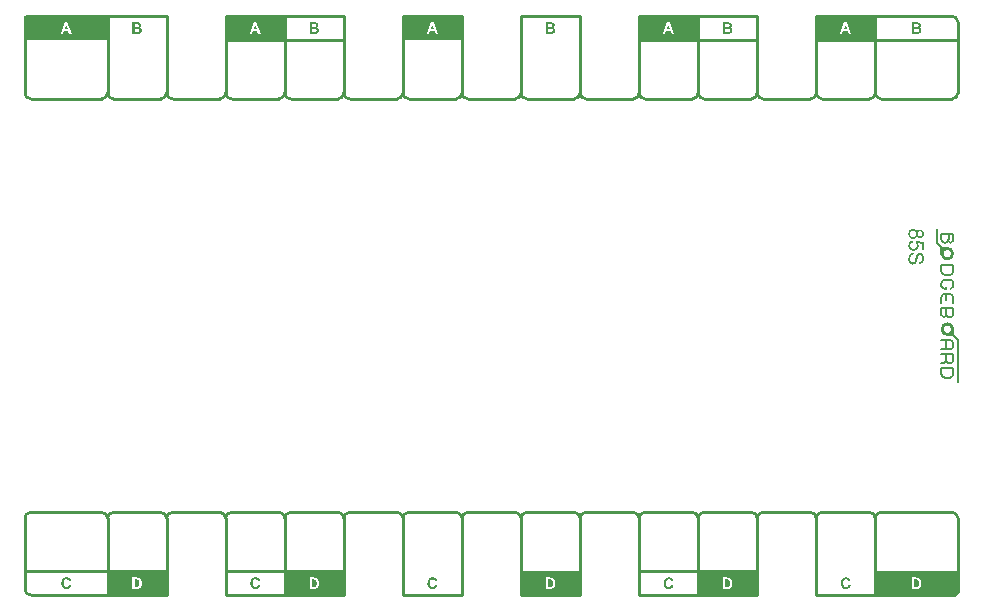
<source format=gto>
G04*
G04 #@! TF.GenerationSoftware,Altium Limited,Altium Designer,24.6.1 (21)*
G04*
G04 Layer_Color=65535*
%FSLAX44Y44*%
%MOMM*%
G71*
G04*
G04 #@! TF.SameCoordinates,E2912B81-FF12-4EFC-B30A-82F2F3841449*
G04*
G04*
G04 #@! TF.FilePolarity,Positive*
G04*
G01*
G75*
%ADD10C,0.2000*%
%ADD11C,0.2000*%
%ADD12C,0.2500*%
%ADD13C,0.2500*%
G36*
X450206Y-10206D02*
X450450D01*
X450731Y-10225D01*
X451012Y-10243D01*
X451275Y-10262D01*
X451397Y-10281D01*
X451509Y-10300D01*
X451537D01*
X451565Y-10309D01*
X451603Y-10318D01*
X451706Y-10346D01*
X451846Y-10384D01*
X452006Y-10440D01*
X452165Y-10506D01*
X452343Y-10590D01*
X452512Y-10693D01*
X452521D01*
X452531Y-10703D01*
X452587Y-10749D01*
X452671Y-10815D01*
X452774Y-10909D01*
X452887Y-11021D01*
X453018Y-11162D01*
X453140Y-11321D01*
X453252Y-11499D01*
Y-11509D01*
X453262Y-11518D01*
X453280Y-11546D01*
X453299Y-11584D01*
X453318Y-11631D01*
X453346Y-11687D01*
X453402Y-11827D01*
X453459Y-11996D01*
X453505Y-12184D01*
X453543Y-12399D01*
X453552Y-12624D01*
Y-12633D01*
Y-12652D01*
Y-12690D01*
X453543Y-12737D01*
Y-12793D01*
X453534Y-12868D01*
X453505Y-13027D01*
X453468Y-13224D01*
X453402Y-13430D01*
X453309Y-13646D01*
X453187Y-13861D01*
Y-13871D01*
X453168Y-13889D01*
X453149Y-13917D01*
X453121Y-13955D01*
X453037Y-14058D01*
X452924Y-14180D01*
X452784Y-14311D01*
X452615Y-14452D01*
X452418Y-14583D01*
X452203Y-14705D01*
X452212D01*
X452240Y-14714D01*
X452287Y-14733D01*
X452343Y-14752D01*
X452418Y-14780D01*
X452503Y-14817D01*
X452699Y-14911D01*
X452915Y-15033D01*
X453140Y-15183D01*
X453355Y-15370D01*
X453449Y-15473D01*
X453543Y-15586D01*
X453552Y-15595D01*
X453562Y-15614D01*
X453590Y-15651D01*
X453618Y-15698D01*
X453655Y-15754D01*
X453693Y-15820D01*
X453740Y-15904D01*
X453787Y-15998D01*
X453824Y-16092D01*
X453871Y-16204D01*
X453946Y-16448D01*
X454002Y-16729D01*
X454011Y-16879D01*
X454021Y-17029D01*
Y-17039D01*
Y-17057D01*
Y-17095D01*
Y-17142D01*
X454011Y-17198D01*
X454002Y-17263D01*
X453983Y-17432D01*
X453946Y-17620D01*
X453890Y-17835D01*
X453815Y-18069D01*
X453712Y-18304D01*
Y-18313D01*
X453702Y-18332D01*
X453684Y-18360D01*
X453655Y-18407D01*
X453627Y-18454D01*
X453590Y-18519D01*
X453496Y-18660D01*
X453374Y-18819D01*
X453234Y-18979D01*
X453065Y-19138D01*
X452877Y-19288D01*
X452868D01*
X452849Y-19307D01*
X452821Y-19325D01*
X452784Y-19344D01*
X452737Y-19372D01*
X452671Y-19410D01*
X452596Y-19447D01*
X452521Y-19485D01*
X452334Y-19560D01*
X452109Y-19635D01*
X451865Y-19700D01*
X451584Y-19747D01*
X451528D01*
X451481Y-19757D01*
X451415D01*
X451331Y-19766D01*
X451228D01*
X451106Y-19775D01*
X450965D01*
X450797Y-19785D01*
X450609D01*
X450394Y-19794D01*
X449878D01*
X449569Y-19803D01*
X445979D01*
Y-10196D01*
X450094D01*
X450206Y-10206D01*
D02*
G37*
G36*
X275000Y-495000D02*
X225000D01*
Y-475000D01*
X275000D01*
Y-495000D01*
D02*
G37*
G36*
X225000Y-25000D02*
X175000D01*
Y-5000D01*
X225000D01*
Y-25000D01*
D02*
G37*
G36*
X375000D02*
X325000D01*
Y-5000D01*
X375000D01*
Y-25000D01*
D02*
G37*
G36*
X760206Y-10206D02*
X760450D01*
X760731Y-10225D01*
X761012Y-10243D01*
X761275Y-10262D01*
X761396Y-10281D01*
X761509Y-10300D01*
X761537D01*
X761565Y-10309D01*
X761603Y-10318D01*
X761706Y-10346D01*
X761846Y-10384D01*
X762006Y-10440D01*
X762165Y-10506D01*
X762343Y-10590D01*
X762512Y-10693D01*
X762521D01*
X762531Y-10703D01*
X762587Y-10749D01*
X762671Y-10815D01*
X762774Y-10909D01*
X762887Y-11021D01*
X763018Y-11162D01*
X763140Y-11321D01*
X763252Y-11499D01*
Y-11509D01*
X763262Y-11518D01*
X763280Y-11546D01*
X763299Y-11584D01*
X763318Y-11631D01*
X763346Y-11687D01*
X763402Y-11827D01*
X763458Y-11996D01*
X763505Y-12184D01*
X763543Y-12399D01*
X763552Y-12624D01*
Y-12633D01*
Y-12652D01*
Y-12690D01*
X763543Y-12737D01*
Y-12793D01*
X763533Y-12868D01*
X763505Y-13027D01*
X763468Y-13224D01*
X763402Y-13430D01*
X763309Y-13646D01*
X763187Y-13861D01*
Y-13871D01*
X763168Y-13889D01*
X763149Y-13917D01*
X763121Y-13955D01*
X763037Y-14058D01*
X762924Y-14180D01*
X762784Y-14311D01*
X762615Y-14452D01*
X762418Y-14583D01*
X762203Y-14705D01*
X762212D01*
X762240Y-14714D01*
X762287Y-14733D01*
X762343Y-14752D01*
X762418Y-14780D01*
X762503Y-14817D01*
X762699Y-14911D01*
X762915Y-15033D01*
X763140Y-15183D01*
X763355Y-15370D01*
X763449Y-15473D01*
X763543Y-15586D01*
X763552Y-15595D01*
X763562Y-15614D01*
X763590Y-15651D01*
X763618Y-15698D01*
X763655Y-15754D01*
X763693Y-15820D01*
X763740Y-15904D01*
X763787Y-15998D01*
X763824Y-16092D01*
X763871Y-16204D01*
X763946Y-16448D01*
X764002Y-16729D01*
X764012Y-16879D01*
X764021Y-17029D01*
Y-17039D01*
Y-17057D01*
Y-17095D01*
Y-17142D01*
X764012Y-17198D01*
X764002Y-17263D01*
X763983Y-17432D01*
X763946Y-17620D01*
X763890Y-17835D01*
X763815Y-18069D01*
X763712Y-18304D01*
Y-18313D01*
X763702Y-18332D01*
X763683Y-18360D01*
X763655Y-18407D01*
X763627Y-18454D01*
X763590Y-18519D01*
X763496Y-18660D01*
X763374Y-18819D01*
X763234Y-18979D01*
X763065Y-19138D01*
X762877Y-19288D01*
X762868D01*
X762849Y-19307D01*
X762821Y-19325D01*
X762784Y-19344D01*
X762737Y-19372D01*
X762671Y-19410D01*
X762596Y-19447D01*
X762521Y-19485D01*
X762334Y-19560D01*
X762109Y-19635D01*
X761865Y-19700D01*
X761584Y-19747D01*
X761528D01*
X761481Y-19757D01*
X761415D01*
X761331Y-19766D01*
X761228D01*
X761106Y-19775D01*
X760965D01*
X760797Y-19785D01*
X760609D01*
X760394Y-19794D01*
X759878D01*
X759569Y-19803D01*
X755979D01*
Y-10196D01*
X760094D01*
X760206Y-10206D01*
D02*
G37*
G36*
X625000Y-495000D02*
X575000D01*
Y-475000D01*
X625000D01*
Y-495000D01*
D02*
G37*
G36*
X40596Y-480042D02*
X40749Y-480056D01*
X40915Y-480084D01*
X41109Y-480111D01*
X41318Y-480153D01*
X41539Y-480208D01*
X41775Y-480278D01*
X42011Y-480361D01*
X42260Y-480472D01*
X42496Y-480583D01*
X42718Y-480722D01*
X42954Y-480888D01*
X43162Y-481068D01*
X43176D01*
X43190Y-481096D01*
X43231Y-481138D01*
X43273Y-481179D01*
X43328Y-481249D01*
X43384Y-481332D01*
X43536Y-481526D01*
X43689Y-481776D01*
X43855Y-482081D01*
X44008Y-482427D01*
X44147Y-482830D01*
X42233Y-483287D01*
Y-483273D01*
X42219Y-483260D01*
Y-483218D01*
X42191Y-483162D01*
X42150Y-483038D01*
X42080Y-482871D01*
X41983Y-482677D01*
X41858Y-482483D01*
X41692Y-482289D01*
X41512Y-482122D01*
X41484Y-482108D01*
X41414Y-482053D01*
X41304Y-481984D01*
X41151Y-481900D01*
X40957Y-481817D01*
X40735Y-481748D01*
X40485Y-481692D01*
X40208Y-481679D01*
X40111D01*
X40028Y-481692D01*
X39945Y-481706D01*
X39834Y-481720D01*
X39598Y-481776D01*
X39320Y-481873D01*
X39029Y-482011D01*
X38877Y-482094D01*
X38738Y-482192D01*
X38599Y-482316D01*
X38474Y-482455D01*
Y-482469D01*
X38447Y-482497D01*
X38419Y-482538D01*
X38377Y-482608D01*
X38322Y-482691D01*
X38266Y-482788D01*
X38211Y-482913D01*
X38156Y-483051D01*
X38086Y-483218D01*
X38031Y-483398D01*
X37975Y-483606D01*
X37920Y-483828D01*
X37878Y-484078D01*
X37850Y-484341D01*
X37836Y-484632D01*
X37823Y-484951D01*
Y-484965D01*
Y-485035D01*
Y-485132D01*
X37836Y-485243D01*
Y-485395D01*
X37864Y-485575D01*
X37878Y-485756D01*
X37906Y-485964D01*
X37989Y-486394D01*
X38100Y-486824D01*
X38169Y-487032D01*
X38266Y-487226D01*
X38363Y-487406D01*
X38474Y-487559D01*
X38488Y-487573D01*
X38502Y-487586D01*
X38544Y-487628D01*
X38599Y-487683D01*
X38738Y-487794D01*
X38932Y-487933D01*
X39168Y-488086D01*
X39459Y-488197D01*
X39792Y-488294D01*
X39972Y-488308D01*
X40166Y-488321D01*
X40236D01*
X40291Y-488308D01*
X40444Y-488294D01*
X40624Y-488266D01*
X40818Y-488197D01*
X41040Y-488113D01*
X41262Y-488003D01*
X41484Y-487836D01*
X41512Y-487808D01*
X41581Y-487739D01*
X41678Y-487628D01*
X41789Y-487462D01*
X41928Y-487240D01*
X42052Y-486976D01*
X42177Y-486657D01*
X42288Y-486283D01*
X44174Y-486865D01*
Y-486879D01*
X44160Y-486935D01*
X44133Y-487018D01*
X44091Y-487129D01*
X44036Y-487254D01*
X43980Y-487406D01*
X43911Y-487573D01*
X43828Y-487753D01*
X43633Y-488127D01*
X43384Y-488516D01*
X43079Y-488890D01*
X42912Y-489057D01*
X42732Y-489209D01*
X42718Y-489223D01*
X42690Y-489237D01*
X42635Y-489278D01*
X42552Y-489334D01*
X42455Y-489389D01*
X42330Y-489445D01*
X42191Y-489514D01*
X42039Y-489584D01*
X41858Y-489667D01*
X41664Y-489736D01*
X41456Y-489791D01*
X41234Y-489847D01*
X40999Y-489902D01*
X40735Y-489944D01*
X40472Y-489958D01*
X40180Y-489972D01*
X40097D01*
X40000Y-489958D01*
X39861Y-489944D01*
X39709Y-489930D01*
X39515Y-489902D01*
X39307Y-489861D01*
X39071Y-489805D01*
X38835Y-489736D01*
X38585Y-489653D01*
X38322Y-489542D01*
X38058Y-489417D01*
X37795Y-489278D01*
X37531Y-489098D01*
X37282Y-488904D01*
X37046Y-488668D01*
X37032Y-488654D01*
X36990Y-488613D01*
X36935Y-488530D01*
X36852Y-488432D01*
X36769Y-488294D01*
X36658Y-488141D01*
X36547Y-487947D01*
X36436Y-487725D01*
X36325Y-487489D01*
X36214Y-487226D01*
X36103Y-486921D01*
X36020Y-486602D01*
X35937Y-486269D01*
X35881Y-485895D01*
X35840Y-485506D01*
X35826Y-485090D01*
Y-485076D01*
Y-485062D01*
Y-484979D01*
X35840Y-484854D01*
Y-484688D01*
X35867Y-484494D01*
X35895Y-484258D01*
X35923Y-484008D01*
X35978Y-483717D01*
X36047Y-483426D01*
X36131Y-483121D01*
X36228Y-482816D01*
X36353Y-482497D01*
X36491Y-482192D01*
X36658Y-481900D01*
X36838Y-481623D01*
X37060Y-481359D01*
X37074Y-481346D01*
X37115Y-481304D01*
X37185Y-481235D01*
X37282Y-481152D01*
X37407Y-481054D01*
X37559Y-480943D01*
X37726Y-480819D01*
X37934Y-480694D01*
X38156Y-480569D01*
X38391Y-480444D01*
X38669Y-480333D01*
X38946Y-480236D01*
X39265Y-480153D01*
X39584Y-480084D01*
X39945Y-480042D01*
X40305Y-480028D01*
X40472D01*
X40596Y-480042D01*
D02*
G37*
G36*
X795000Y-495000D02*
X725000D01*
Y-475000D01*
X795000D01*
Y-495000D01*
D02*
G37*
G36*
X575000Y-25000D02*
X525000D01*
Y-5000D01*
X575000D01*
Y-25000D01*
D02*
G37*
G36*
X350596Y-480042D02*
X350749Y-480056D01*
X350915Y-480084D01*
X351109Y-480111D01*
X351317Y-480153D01*
X351539Y-480208D01*
X351775Y-480278D01*
X352011Y-480361D01*
X352261Y-480472D01*
X352496Y-480583D01*
X352718Y-480722D01*
X352954Y-480888D01*
X353162Y-481068D01*
X353176D01*
X353190Y-481096D01*
X353231Y-481138D01*
X353273Y-481179D01*
X353328Y-481249D01*
X353384Y-481332D01*
X353536Y-481526D01*
X353689Y-481776D01*
X353855Y-482081D01*
X354008Y-482427D01*
X354147Y-482830D01*
X352233Y-483287D01*
Y-483273D01*
X352219Y-483260D01*
Y-483218D01*
X352191Y-483162D01*
X352150Y-483038D01*
X352080Y-482871D01*
X351983Y-482677D01*
X351858Y-482483D01*
X351692Y-482289D01*
X351512Y-482122D01*
X351484Y-482108D01*
X351414Y-482053D01*
X351304Y-481984D01*
X351151Y-481900D01*
X350957Y-481817D01*
X350735Y-481748D01*
X350485Y-481692D01*
X350208Y-481679D01*
X350111D01*
X350028Y-481692D01*
X349944Y-481706D01*
X349833Y-481720D01*
X349598Y-481776D01*
X349320Y-481873D01*
X349029Y-482011D01*
X348877Y-482094D01*
X348738Y-482192D01*
X348599Y-482316D01*
X348474Y-482455D01*
Y-482469D01*
X348447Y-482497D01*
X348419Y-482538D01*
X348377Y-482608D01*
X348322Y-482691D01*
X348266Y-482788D01*
X348211Y-482913D01*
X348156Y-483051D01*
X348086Y-483218D01*
X348031Y-483398D01*
X347975Y-483606D01*
X347920Y-483828D01*
X347878Y-484078D01*
X347850Y-484341D01*
X347836Y-484632D01*
X347823Y-484951D01*
Y-484965D01*
Y-485035D01*
Y-485132D01*
X347836Y-485243D01*
Y-485395D01*
X347864Y-485575D01*
X347878Y-485756D01*
X347906Y-485964D01*
X347989Y-486394D01*
X348100Y-486824D01*
X348169Y-487032D01*
X348266Y-487226D01*
X348363Y-487406D01*
X348474Y-487559D01*
X348488Y-487573D01*
X348502Y-487586D01*
X348544Y-487628D01*
X348599Y-487683D01*
X348738Y-487794D01*
X348932Y-487933D01*
X349168Y-488086D01*
X349459Y-488197D01*
X349792Y-488294D01*
X349972Y-488308D01*
X350166Y-488321D01*
X350236D01*
X350291Y-488308D01*
X350444Y-488294D01*
X350624Y-488266D01*
X350818Y-488197D01*
X351040Y-488113D01*
X351262Y-488003D01*
X351484Y-487836D01*
X351512Y-487808D01*
X351581Y-487739D01*
X351678Y-487628D01*
X351789Y-487462D01*
X351928Y-487240D01*
X352052Y-486976D01*
X352177Y-486657D01*
X352288Y-486283D01*
X354174Y-486865D01*
Y-486879D01*
X354160Y-486935D01*
X354133Y-487018D01*
X354091Y-487129D01*
X354036Y-487254D01*
X353980Y-487406D01*
X353911Y-487573D01*
X353828Y-487753D01*
X353633Y-488127D01*
X353384Y-488516D01*
X353079Y-488890D01*
X352912Y-489057D01*
X352732Y-489209D01*
X352718Y-489223D01*
X352690Y-489237D01*
X352635Y-489278D01*
X352552Y-489334D01*
X352455Y-489389D01*
X352330Y-489445D01*
X352191Y-489514D01*
X352039Y-489584D01*
X351858Y-489667D01*
X351664Y-489736D01*
X351456Y-489791D01*
X351234Y-489847D01*
X350998Y-489902D01*
X350735Y-489944D01*
X350471Y-489958D01*
X350180Y-489972D01*
X350097D01*
X350000Y-489958D01*
X349861Y-489944D01*
X349709Y-489930D01*
X349515Y-489902D01*
X349306Y-489861D01*
X349071Y-489805D01*
X348835Y-489736D01*
X348585Y-489653D01*
X348322Y-489542D01*
X348058Y-489417D01*
X347795Y-489278D01*
X347531Y-489098D01*
X347282Y-488904D01*
X347046Y-488668D01*
X347032Y-488654D01*
X346991Y-488613D01*
X346935Y-488530D01*
X346852Y-488432D01*
X346769Y-488294D01*
X346658Y-488141D01*
X346547Y-487947D01*
X346436Y-487725D01*
X346325Y-487489D01*
X346214Y-487226D01*
X346103Y-486921D01*
X346020Y-486602D01*
X345937Y-486269D01*
X345881Y-485895D01*
X345839Y-485506D01*
X345826Y-485090D01*
Y-485076D01*
Y-485062D01*
Y-484979D01*
X345839Y-484854D01*
Y-484688D01*
X345867Y-484494D01*
X345895Y-484258D01*
X345923Y-484008D01*
X345978Y-483717D01*
X346048Y-483426D01*
X346131Y-483121D01*
X346228Y-482816D01*
X346353Y-482497D01*
X346491Y-482192D01*
X346658Y-481900D01*
X346838Y-481623D01*
X347060Y-481359D01*
X347074Y-481346D01*
X347115Y-481304D01*
X347185Y-481235D01*
X347282Y-481152D01*
X347407Y-481054D01*
X347559Y-480943D01*
X347725Y-480819D01*
X347934Y-480694D01*
X348156Y-480569D01*
X348391Y-480444D01*
X348669Y-480333D01*
X348946Y-480236D01*
X349265Y-480153D01*
X349584Y-480084D01*
X349944Y-480042D01*
X350305Y-480028D01*
X350471D01*
X350596Y-480042D01*
D02*
G37*
G36*
X125000Y-495000D02*
X75000D01*
Y-475000D01*
X125000D01*
Y-495000D01*
D02*
G37*
G36*
X200596Y-480042D02*
X200749Y-480056D01*
X200915Y-480084D01*
X201109Y-480111D01*
X201318Y-480153D01*
X201539Y-480208D01*
X201775Y-480278D01*
X202011Y-480361D01*
X202260Y-480472D01*
X202496Y-480583D01*
X202718Y-480722D01*
X202954Y-480888D01*
X203162Y-481068D01*
X203176D01*
X203190Y-481096D01*
X203231Y-481138D01*
X203273Y-481179D01*
X203328Y-481249D01*
X203384Y-481332D01*
X203536Y-481526D01*
X203689Y-481776D01*
X203855Y-482081D01*
X204008Y-482427D01*
X204147Y-482830D01*
X202233Y-483287D01*
Y-483273D01*
X202219Y-483260D01*
Y-483218D01*
X202191Y-483162D01*
X202150Y-483038D01*
X202080Y-482871D01*
X201983Y-482677D01*
X201858Y-482483D01*
X201692Y-482289D01*
X201512Y-482122D01*
X201484Y-482108D01*
X201415Y-482053D01*
X201304Y-481984D01*
X201151Y-481900D01*
X200957Y-481817D01*
X200735Y-481748D01*
X200485Y-481692D01*
X200208Y-481679D01*
X200111D01*
X200028Y-481692D01*
X199944Y-481706D01*
X199834Y-481720D01*
X199598Y-481776D01*
X199320Y-481873D01*
X199029Y-482011D01*
X198877Y-482094D01*
X198738Y-482192D01*
X198599Y-482316D01*
X198474Y-482455D01*
Y-482469D01*
X198447Y-482497D01*
X198419Y-482538D01*
X198377Y-482608D01*
X198322Y-482691D01*
X198266Y-482788D01*
X198211Y-482913D01*
X198155Y-483051D01*
X198086Y-483218D01*
X198031Y-483398D01*
X197975Y-483606D01*
X197920Y-483828D01*
X197878Y-484078D01*
X197850Y-484341D01*
X197836Y-484632D01*
X197823Y-484951D01*
Y-484965D01*
Y-485035D01*
Y-485132D01*
X197836Y-485243D01*
Y-485395D01*
X197864Y-485575D01*
X197878Y-485756D01*
X197906Y-485964D01*
X197989Y-486394D01*
X198100Y-486824D01*
X198169Y-487032D01*
X198266Y-487226D01*
X198363Y-487406D01*
X198474Y-487559D01*
X198488Y-487573D01*
X198502Y-487586D01*
X198544Y-487628D01*
X198599Y-487683D01*
X198738Y-487794D01*
X198932Y-487933D01*
X199168Y-488086D01*
X199459Y-488197D01*
X199792Y-488294D01*
X199972Y-488308D01*
X200166Y-488321D01*
X200236D01*
X200291Y-488308D01*
X200444Y-488294D01*
X200624Y-488266D01*
X200818Y-488197D01*
X201040Y-488113D01*
X201262Y-488003D01*
X201484Y-487836D01*
X201512Y-487808D01*
X201581Y-487739D01*
X201678Y-487628D01*
X201789Y-487462D01*
X201928Y-487240D01*
X202052Y-486976D01*
X202177Y-486657D01*
X202288Y-486283D01*
X204174Y-486865D01*
Y-486879D01*
X204160Y-486935D01*
X204133Y-487018D01*
X204091Y-487129D01*
X204036Y-487254D01*
X203980Y-487406D01*
X203911Y-487573D01*
X203828Y-487753D01*
X203633Y-488127D01*
X203384Y-488516D01*
X203079Y-488890D01*
X202912Y-489057D01*
X202732Y-489209D01*
X202718Y-489223D01*
X202690Y-489237D01*
X202635Y-489278D01*
X202552Y-489334D01*
X202455Y-489389D01*
X202330Y-489445D01*
X202191Y-489514D01*
X202039Y-489584D01*
X201858Y-489667D01*
X201664Y-489736D01*
X201456Y-489791D01*
X201234Y-489847D01*
X200998Y-489902D01*
X200735Y-489944D01*
X200471Y-489958D01*
X200180Y-489972D01*
X200097D01*
X200000Y-489958D01*
X199861Y-489944D01*
X199709Y-489930D01*
X199515Y-489902D01*
X199307Y-489861D01*
X199071Y-489805D01*
X198835Y-489736D01*
X198585Y-489653D01*
X198322Y-489542D01*
X198058Y-489417D01*
X197795Y-489278D01*
X197531Y-489098D01*
X197282Y-488904D01*
X197046Y-488668D01*
X197032Y-488654D01*
X196991Y-488613D01*
X196935Y-488530D01*
X196852Y-488432D01*
X196769Y-488294D01*
X196658Y-488141D01*
X196547Y-487947D01*
X196436Y-487725D01*
X196325Y-487489D01*
X196214Y-487226D01*
X196103Y-486921D01*
X196020Y-486602D01*
X195937Y-486269D01*
X195881Y-485895D01*
X195839Y-485506D01*
X195826Y-485090D01*
Y-485076D01*
Y-485062D01*
Y-484979D01*
X195839Y-484854D01*
Y-484688D01*
X195867Y-484494D01*
X195895Y-484258D01*
X195923Y-484008D01*
X195978Y-483717D01*
X196047Y-483426D01*
X196131Y-483121D01*
X196228Y-482816D01*
X196353Y-482497D01*
X196491Y-482192D01*
X196658Y-481900D01*
X196838Y-481623D01*
X197060Y-481359D01*
X197074Y-481346D01*
X197115Y-481304D01*
X197185Y-481235D01*
X197282Y-481152D01*
X197407Y-481054D01*
X197559Y-480943D01*
X197726Y-480819D01*
X197934Y-480694D01*
X198155Y-480569D01*
X198391Y-480444D01*
X198669Y-480333D01*
X198946Y-480236D01*
X199265Y-480153D01*
X199584Y-480084D01*
X199944Y-480042D01*
X200305Y-480028D01*
X200471D01*
X200596Y-480042D01*
D02*
G37*
G36*
X475000Y-495000D02*
X425000D01*
Y-475000D01*
X475000D01*
Y-495000D01*
D02*
G37*
G36*
X75000Y-25000D02*
X5000D01*
Y-5000D01*
X75000D01*
Y-25000D01*
D02*
G37*
G36*
X725000D02*
X675000D01*
Y-5000D01*
X725000D01*
Y-25000D01*
D02*
G37*
G36*
X550596Y-480042D02*
X550749Y-480056D01*
X550915Y-480084D01*
X551110Y-480111D01*
X551317Y-480153D01*
X551539Y-480208D01*
X551775Y-480278D01*
X552011Y-480361D01*
X552261Y-480472D01*
X552496Y-480583D01*
X552718Y-480722D01*
X552954Y-480888D01*
X553162Y-481068D01*
X553176D01*
X553190Y-481096D01*
X553231Y-481138D01*
X553273Y-481179D01*
X553328Y-481249D01*
X553384Y-481332D01*
X553536Y-481526D01*
X553689Y-481776D01*
X553855Y-482081D01*
X554008Y-482427D01*
X554147Y-482830D01*
X552233Y-483287D01*
Y-483273D01*
X552219Y-483260D01*
Y-483218D01*
X552191Y-483162D01*
X552150Y-483038D01*
X552080Y-482871D01*
X551983Y-482677D01*
X551858Y-482483D01*
X551692Y-482289D01*
X551512Y-482122D01*
X551484Y-482108D01*
X551415Y-482053D01*
X551304Y-481984D01*
X551151Y-481900D01*
X550957Y-481817D01*
X550735Y-481748D01*
X550485Y-481692D01*
X550208Y-481679D01*
X550111D01*
X550028Y-481692D01*
X549944Y-481706D01*
X549834Y-481720D01*
X549598Y-481776D01*
X549320Y-481873D01*
X549029Y-482011D01*
X548877Y-482094D01*
X548738Y-482192D01*
X548599Y-482316D01*
X548475Y-482455D01*
Y-482469D01*
X548447Y-482497D01*
X548419Y-482538D01*
X548377Y-482608D01*
X548322Y-482691D01*
X548266Y-482788D01*
X548211Y-482913D01*
X548156Y-483051D01*
X548086Y-483218D01*
X548031Y-483398D01*
X547975Y-483606D01*
X547920Y-483828D01*
X547878Y-484078D01*
X547850Y-484341D01*
X547836Y-484632D01*
X547823Y-484951D01*
Y-484965D01*
Y-485035D01*
Y-485132D01*
X547836Y-485243D01*
Y-485395D01*
X547864Y-485575D01*
X547878Y-485756D01*
X547906Y-485964D01*
X547989Y-486394D01*
X548100Y-486824D01*
X548169Y-487032D01*
X548266Y-487226D01*
X548363Y-487406D01*
X548475Y-487559D01*
X548488Y-487573D01*
X548502Y-487586D01*
X548544Y-487628D01*
X548599Y-487683D01*
X548738Y-487794D01*
X548932Y-487933D01*
X549168Y-488086D01*
X549459Y-488197D01*
X549792Y-488294D01*
X549972Y-488308D01*
X550166Y-488321D01*
X550236D01*
X550291Y-488308D01*
X550444Y-488294D01*
X550624Y-488266D01*
X550818Y-488197D01*
X551040Y-488113D01*
X551262Y-488003D01*
X551484Y-487836D01*
X551512Y-487808D01*
X551581Y-487739D01*
X551678Y-487628D01*
X551789Y-487462D01*
X551928Y-487240D01*
X552052Y-486976D01*
X552177Y-486657D01*
X552288Y-486283D01*
X554174Y-486865D01*
Y-486879D01*
X554160Y-486935D01*
X554133Y-487018D01*
X554091Y-487129D01*
X554036Y-487254D01*
X553980Y-487406D01*
X553911Y-487573D01*
X553828Y-487753D01*
X553633Y-488127D01*
X553384Y-488516D01*
X553079Y-488890D01*
X552912Y-489057D01*
X552732Y-489209D01*
X552718Y-489223D01*
X552691Y-489237D01*
X552635Y-489278D01*
X552552Y-489334D01*
X552455Y-489389D01*
X552330Y-489445D01*
X552191Y-489514D01*
X552039Y-489584D01*
X551858Y-489667D01*
X551664Y-489736D01*
X551456Y-489791D01*
X551234Y-489847D01*
X550998Y-489902D01*
X550735Y-489944D01*
X550471Y-489958D01*
X550180Y-489972D01*
X550097D01*
X550000Y-489958D01*
X549861Y-489944D01*
X549709Y-489930D01*
X549515Y-489902D01*
X549307Y-489861D01*
X549071Y-489805D01*
X548835Y-489736D01*
X548585Y-489653D01*
X548322Y-489542D01*
X548058Y-489417D01*
X547795Y-489278D01*
X547531Y-489098D01*
X547282Y-488904D01*
X547046Y-488668D01*
X547032Y-488654D01*
X546991Y-488613D01*
X546935Y-488530D01*
X546852Y-488432D01*
X546769Y-488294D01*
X546658Y-488141D01*
X546547Y-487947D01*
X546436Y-487725D01*
X546325Y-487489D01*
X546214Y-487226D01*
X546103Y-486921D01*
X546020Y-486602D01*
X545937Y-486269D01*
X545881Y-485895D01*
X545840Y-485506D01*
X545826Y-485090D01*
Y-485076D01*
Y-485062D01*
Y-484979D01*
X545840Y-484854D01*
Y-484688D01*
X545867Y-484494D01*
X545895Y-484258D01*
X545923Y-484008D01*
X545978Y-483717D01*
X546048Y-483426D01*
X546131Y-483121D01*
X546228Y-482816D01*
X546353Y-482497D01*
X546491Y-482192D01*
X546658Y-481900D01*
X546838Y-481623D01*
X547060Y-481359D01*
X547074Y-481346D01*
X547115Y-481304D01*
X547185Y-481235D01*
X547282Y-481152D01*
X547407Y-481054D01*
X547559Y-480943D01*
X547726Y-480819D01*
X547934Y-480694D01*
X548156Y-480569D01*
X548391Y-480444D01*
X548669Y-480333D01*
X548946Y-480236D01*
X549265Y-480153D01*
X549584Y-480084D01*
X549944Y-480042D01*
X550305Y-480028D01*
X550471D01*
X550596Y-480042D01*
D02*
G37*
G36*
X600206Y-10206D02*
X600450D01*
X600731Y-10225D01*
X601012Y-10243D01*
X601275Y-10262D01*
X601397Y-10281D01*
X601509Y-10300D01*
X601537D01*
X601565Y-10309D01*
X601603Y-10318D01*
X601706Y-10346D01*
X601846Y-10384D01*
X602006Y-10440D01*
X602165Y-10506D01*
X602343Y-10590D01*
X602512Y-10693D01*
X602521D01*
X602531Y-10703D01*
X602587Y-10749D01*
X602671Y-10815D01*
X602774Y-10909D01*
X602887Y-11021D01*
X603018Y-11162D01*
X603140Y-11321D01*
X603252Y-11499D01*
Y-11509D01*
X603262Y-11518D01*
X603280Y-11546D01*
X603299Y-11584D01*
X603318Y-11631D01*
X603346Y-11687D01*
X603402Y-11827D01*
X603459Y-11996D01*
X603505Y-12184D01*
X603543Y-12399D01*
X603552Y-12624D01*
Y-12633D01*
Y-12652D01*
Y-12690D01*
X603543Y-12737D01*
Y-12793D01*
X603534Y-12868D01*
X603505Y-13027D01*
X603468Y-13224D01*
X603402Y-13430D01*
X603309Y-13646D01*
X603187Y-13861D01*
Y-13871D01*
X603168Y-13889D01*
X603149Y-13917D01*
X603121Y-13955D01*
X603037Y-14058D01*
X602924Y-14180D01*
X602784Y-14311D01*
X602615Y-14452D01*
X602418Y-14583D01*
X602203Y-14705D01*
X602212D01*
X602240Y-14714D01*
X602287Y-14733D01*
X602343Y-14752D01*
X602418Y-14780D01*
X602503Y-14817D01*
X602699Y-14911D01*
X602915Y-15033D01*
X603140Y-15183D01*
X603355Y-15370D01*
X603449Y-15473D01*
X603543Y-15586D01*
X603552Y-15595D01*
X603562Y-15614D01*
X603590Y-15651D01*
X603618Y-15698D01*
X603655Y-15754D01*
X603693Y-15820D01*
X603740Y-15904D01*
X603787Y-15998D01*
X603824Y-16092D01*
X603871Y-16204D01*
X603946Y-16448D01*
X604002Y-16729D01*
X604011Y-16879D01*
X604021Y-17029D01*
Y-17039D01*
Y-17057D01*
Y-17095D01*
Y-17142D01*
X604011Y-17198D01*
X604002Y-17263D01*
X603983Y-17432D01*
X603946Y-17620D01*
X603890Y-17835D01*
X603815Y-18069D01*
X603712Y-18304D01*
Y-18313D01*
X603702Y-18332D01*
X603684Y-18360D01*
X603655Y-18407D01*
X603627Y-18454D01*
X603590Y-18519D01*
X603496Y-18660D01*
X603374Y-18819D01*
X603234Y-18979D01*
X603065Y-19138D01*
X602877Y-19288D01*
X602868D01*
X602849Y-19307D01*
X602821Y-19325D01*
X602784Y-19344D01*
X602737Y-19372D01*
X602671Y-19410D01*
X602596Y-19447D01*
X602521Y-19485D01*
X602334Y-19560D01*
X602109Y-19635D01*
X601865Y-19700D01*
X601584Y-19747D01*
X601528D01*
X601481Y-19757D01*
X601415D01*
X601331Y-19766D01*
X601228D01*
X601106Y-19775D01*
X600965D01*
X600797Y-19785D01*
X600609D01*
X600394Y-19794D01*
X599878D01*
X599569Y-19803D01*
X595979D01*
Y-10196D01*
X600094D01*
X600206Y-10206D01*
D02*
G37*
G36*
X700596Y-480042D02*
X700749Y-480056D01*
X700915Y-480084D01*
X701109Y-480111D01*
X701318Y-480153D01*
X701539Y-480208D01*
X701775Y-480278D01*
X702011Y-480361D01*
X702261Y-480472D01*
X702496Y-480583D01*
X702718Y-480722D01*
X702954Y-480888D01*
X703162Y-481068D01*
X703176D01*
X703190Y-481096D01*
X703231Y-481138D01*
X703273Y-481179D01*
X703328Y-481249D01*
X703384Y-481332D01*
X703536Y-481526D01*
X703689Y-481776D01*
X703855Y-482081D01*
X704008Y-482427D01*
X704147Y-482830D01*
X702233Y-483287D01*
Y-483273D01*
X702219Y-483260D01*
Y-483218D01*
X702191Y-483162D01*
X702150Y-483038D01*
X702080Y-482871D01*
X701983Y-482677D01*
X701858Y-482483D01*
X701692Y-482289D01*
X701512Y-482122D01*
X701484Y-482108D01*
X701415Y-482053D01*
X701304Y-481984D01*
X701151Y-481900D01*
X700957Y-481817D01*
X700735Y-481748D01*
X700485Y-481692D01*
X700208Y-481679D01*
X700111D01*
X700028Y-481692D01*
X699945Y-481706D01*
X699834Y-481720D01*
X699598Y-481776D01*
X699320Y-481873D01*
X699029Y-482011D01*
X698877Y-482094D01*
X698738Y-482192D01*
X698599Y-482316D01*
X698475Y-482455D01*
Y-482469D01*
X698447Y-482497D01*
X698419Y-482538D01*
X698377Y-482608D01*
X698322Y-482691D01*
X698266Y-482788D01*
X698211Y-482913D01*
X698156Y-483051D01*
X698086Y-483218D01*
X698031Y-483398D01*
X697975Y-483606D01*
X697920Y-483828D01*
X697878Y-484078D01*
X697850Y-484341D01*
X697837Y-484632D01*
X697823Y-484951D01*
Y-484965D01*
Y-485035D01*
Y-485132D01*
X697837Y-485243D01*
Y-485395D01*
X697864Y-485575D01*
X697878Y-485756D01*
X697906Y-485964D01*
X697989Y-486394D01*
X698100Y-486824D01*
X698169Y-487032D01*
X698266Y-487226D01*
X698363Y-487406D01*
X698475Y-487559D01*
X698488Y-487573D01*
X698502Y-487586D01*
X698544Y-487628D01*
X698599Y-487683D01*
X698738Y-487794D01*
X698932Y-487933D01*
X699168Y-488086D01*
X699459Y-488197D01*
X699792Y-488294D01*
X699972Y-488308D01*
X700166Y-488321D01*
X700236D01*
X700291Y-488308D01*
X700444Y-488294D01*
X700624Y-488266D01*
X700818Y-488197D01*
X701040Y-488113D01*
X701262Y-488003D01*
X701484Y-487836D01*
X701512Y-487808D01*
X701581Y-487739D01*
X701678Y-487628D01*
X701789Y-487462D01*
X701928Y-487240D01*
X702053Y-486976D01*
X702177Y-486657D01*
X702288Y-486283D01*
X704174Y-486865D01*
Y-486879D01*
X704161Y-486935D01*
X704133Y-487018D01*
X704091Y-487129D01*
X704036Y-487254D01*
X703980Y-487406D01*
X703911Y-487573D01*
X703828Y-487753D01*
X703633Y-488127D01*
X703384Y-488516D01*
X703079Y-488890D01*
X702912Y-489057D01*
X702732Y-489209D01*
X702718Y-489223D01*
X702691Y-489237D01*
X702635Y-489278D01*
X702552Y-489334D01*
X702455Y-489389D01*
X702330Y-489445D01*
X702191Y-489514D01*
X702039Y-489584D01*
X701858Y-489667D01*
X701664Y-489736D01*
X701456Y-489791D01*
X701234Y-489847D01*
X700999Y-489902D01*
X700735Y-489944D01*
X700471Y-489958D01*
X700180Y-489972D01*
X700097D01*
X700000Y-489958D01*
X699861Y-489944D01*
X699709Y-489930D01*
X699515Y-489902D01*
X699307Y-489861D01*
X699071Y-489805D01*
X698835Y-489736D01*
X698585Y-489653D01*
X698322Y-489542D01*
X698058Y-489417D01*
X697795Y-489278D01*
X697531Y-489098D01*
X697282Y-488904D01*
X697046Y-488668D01*
X697032Y-488654D01*
X696991Y-488613D01*
X696935Y-488530D01*
X696852Y-488432D01*
X696769Y-488294D01*
X696658Y-488141D01*
X696547Y-487947D01*
X696436Y-487725D01*
X696325Y-487489D01*
X696214Y-487226D01*
X696103Y-486921D01*
X696020Y-486602D01*
X695937Y-486269D01*
X695881Y-485895D01*
X695839Y-485506D01*
X695826Y-485090D01*
Y-485076D01*
Y-485062D01*
Y-484979D01*
X695839Y-484854D01*
Y-484688D01*
X695867Y-484494D01*
X695895Y-484258D01*
X695923Y-484008D01*
X695978Y-483717D01*
X696048Y-483426D01*
X696131Y-483121D01*
X696228Y-482816D01*
X696353Y-482497D01*
X696491Y-482192D01*
X696658Y-481900D01*
X696838Y-481623D01*
X697060Y-481359D01*
X697074Y-481346D01*
X697115Y-481304D01*
X697185Y-481235D01*
X697282Y-481152D01*
X697407Y-481054D01*
X697559Y-480943D01*
X697726Y-480819D01*
X697934Y-480694D01*
X698156Y-480569D01*
X698391Y-480444D01*
X698669Y-480333D01*
X698946Y-480236D01*
X699265Y-480153D01*
X699584Y-480084D01*
X699945Y-480042D01*
X700305Y-480028D01*
X700471D01*
X700596Y-480042D01*
D02*
G37*
G36*
X250206Y-10206D02*
X250450D01*
X250731Y-10225D01*
X251012Y-10243D01*
X251275Y-10262D01*
X251397Y-10281D01*
X251509Y-10300D01*
X251537D01*
X251565Y-10309D01*
X251603Y-10318D01*
X251706Y-10346D01*
X251846Y-10384D01*
X252006Y-10440D01*
X252165Y-10506D01*
X252343Y-10590D01*
X252512Y-10693D01*
X252521D01*
X252531Y-10703D01*
X252587Y-10749D01*
X252671Y-10815D01*
X252774Y-10909D01*
X252887Y-11021D01*
X253018Y-11162D01*
X253140Y-11321D01*
X253252Y-11499D01*
Y-11509D01*
X253262Y-11518D01*
X253280Y-11546D01*
X253299Y-11584D01*
X253318Y-11631D01*
X253346Y-11687D01*
X253402Y-11827D01*
X253458Y-11996D01*
X253505Y-12184D01*
X253543Y-12399D01*
X253552Y-12624D01*
Y-12633D01*
Y-12652D01*
Y-12690D01*
X253543Y-12737D01*
Y-12793D01*
X253533Y-12868D01*
X253505Y-13027D01*
X253468Y-13224D01*
X253402Y-13430D01*
X253309Y-13646D01*
X253187Y-13861D01*
Y-13871D01*
X253168Y-13889D01*
X253149Y-13917D01*
X253121Y-13955D01*
X253037Y-14058D01*
X252924Y-14180D01*
X252784Y-14311D01*
X252615Y-14452D01*
X252418Y-14583D01*
X252203Y-14705D01*
X252212D01*
X252240Y-14714D01*
X252287Y-14733D01*
X252343Y-14752D01*
X252418Y-14780D01*
X252502Y-14817D01*
X252699Y-14911D01*
X252915Y-15033D01*
X253140Y-15183D01*
X253355Y-15370D01*
X253449Y-15473D01*
X253543Y-15586D01*
X253552Y-15595D01*
X253562Y-15614D01*
X253590Y-15651D01*
X253618Y-15698D01*
X253655Y-15754D01*
X253693Y-15820D01*
X253740Y-15904D01*
X253787Y-15998D01*
X253824Y-16092D01*
X253871Y-16204D01*
X253946Y-16448D01*
X254002Y-16729D01*
X254011Y-16879D01*
X254021Y-17029D01*
Y-17039D01*
Y-17057D01*
Y-17095D01*
Y-17142D01*
X254011Y-17198D01*
X254002Y-17263D01*
X253983Y-17432D01*
X253946Y-17620D01*
X253890Y-17835D01*
X253815Y-18069D01*
X253712Y-18304D01*
Y-18313D01*
X253702Y-18332D01*
X253683Y-18360D01*
X253655Y-18407D01*
X253627Y-18454D01*
X253590Y-18519D01*
X253496Y-18660D01*
X253374Y-18819D01*
X253234Y-18979D01*
X253065Y-19138D01*
X252877Y-19288D01*
X252868D01*
X252849Y-19307D01*
X252821Y-19325D01*
X252784Y-19344D01*
X252737Y-19372D01*
X252671Y-19410D01*
X252596Y-19447D01*
X252521Y-19485D01*
X252334Y-19560D01*
X252109Y-19635D01*
X251865Y-19700D01*
X251584Y-19747D01*
X251528D01*
X251481Y-19757D01*
X251415D01*
X251331Y-19766D01*
X251228D01*
X251106Y-19775D01*
X250965D01*
X250797Y-19785D01*
X250609D01*
X250394Y-19794D01*
X249878D01*
X249569Y-19803D01*
X245979D01*
Y-10196D01*
X250094D01*
X250206Y-10206D01*
D02*
G37*
G36*
X100206D02*
X100450D01*
X100731Y-10225D01*
X101012Y-10243D01*
X101275Y-10262D01*
X101397Y-10281D01*
X101509Y-10300D01*
X101537D01*
X101565Y-10309D01*
X101603Y-10318D01*
X101706Y-10346D01*
X101846Y-10384D01*
X102006Y-10440D01*
X102165Y-10506D01*
X102343Y-10590D01*
X102512Y-10693D01*
X102521D01*
X102531Y-10703D01*
X102587Y-10749D01*
X102671Y-10815D01*
X102774Y-10909D01*
X102887Y-11021D01*
X103018Y-11162D01*
X103140Y-11321D01*
X103252Y-11499D01*
Y-11509D01*
X103262Y-11518D01*
X103280Y-11546D01*
X103299Y-11584D01*
X103318Y-11631D01*
X103346Y-11687D01*
X103402Y-11827D01*
X103458Y-11996D01*
X103505Y-12184D01*
X103543Y-12399D01*
X103552Y-12624D01*
Y-12633D01*
Y-12652D01*
Y-12690D01*
X103543Y-12737D01*
Y-12793D01*
X103533Y-12868D01*
X103505Y-13027D01*
X103468Y-13224D01*
X103402Y-13430D01*
X103308Y-13646D01*
X103187Y-13861D01*
Y-13871D01*
X103168Y-13889D01*
X103149Y-13917D01*
X103121Y-13955D01*
X103037Y-14058D01*
X102924Y-14180D01*
X102784Y-14311D01*
X102615Y-14452D01*
X102418Y-14583D01*
X102203Y-14705D01*
X102212D01*
X102240Y-14714D01*
X102287Y-14733D01*
X102343Y-14752D01*
X102418Y-14780D01*
X102502Y-14817D01*
X102699Y-14911D01*
X102915Y-15033D01*
X103140Y-15183D01*
X103355Y-15370D01*
X103449Y-15473D01*
X103543Y-15586D01*
X103552Y-15595D01*
X103562Y-15614D01*
X103590Y-15651D01*
X103618Y-15698D01*
X103655Y-15754D01*
X103693Y-15820D01*
X103740Y-15904D01*
X103786Y-15998D01*
X103824Y-16092D01*
X103871Y-16204D01*
X103946Y-16448D01*
X104002Y-16729D01*
X104011Y-16879D01*
X104021Y-17029D01*
Y-17039D01*
Y-17057D01*
Y-17095D01*
Y-17142D01*
X104011Y-17198D01*
X104002Y-17263D01*
X103983Y-17432D01*
X103946Y-17620D01*
X103890Y-17835D01*
X103815Y-18069D01*
X103712Y-18304D01*
Y-18313D01*
X103702Y-18332D01*
X103683Y-18360D01*
X103655Y-18407D01*
X103627Y-18454D01*
X103590Y-18519D01*
X103496Y-18660D01*
X103374Y-18819D01*
X103234Y-18979D01*
X103065Y-19138D01*
X102877Y-19288D01*
X102868D01*
X102849Y-19307D01*
X102821Y-19325D01*
X102784Y-19344D01*
X102737Y-19372D01*
X102671Y-19410D01*
X102596Y-19447D01*
X102521Y-19485D01*
X102334Y-19560D01*
X102109Y-19635D01*
X101865Y-19700D01*
X101584Y-19747D01*
X101528D01*
X101481Y-19757D01*
X101415D01*
X101331Y-19766D01*
X101228D01*
X101106Y-19775D01*
X100965D01*
X100797Y-19785D01*
X100609D01*
X100394Y-19794D01*
X99878D01*
X99569Y-19803D01*
X95979D01*
Y-10196D01*
X100094D01*
X100206Y-10206D01*
D02*
G37*
G36*
X757111Y-185019D02*
X757222D01*
X757351Y-185037D01*
X757648Y-185074D01*
X757981Y-185148D01*
X758314Y-185259D01*
X758666Y-185426D01*
X758999Y-185630D01*
X759018D01*
X759036Y-185667D01*
X759129Y-185741D01*
X759277Y-185889D01*
X759462Y-186092D01*
X759648Y-186352D01*
X759851Y-186667D01*
X760018Y-187018D01*
X760147Y-187444D01*
Y-187426D01*
X760166Y-187407D01*
X760184Y-187352D01*
X760221Y-187278D01*
X760296Y-187111D01*
X760407Y-186889D01*
X760555Y-186648D01*
X760740Y-186407D01*
X760944Y-186185D01*
X761166Y-185981D01*
X761203Y-185963D01*
X761277Y-185907D01*
X761425Y-185833D01*
X761610Y-185759D01*
X761851Y-185667D01*
X762129Y-185593D01*
X762443Y-185537D01*
X762777Y-185518D01*
X762795D01*
X762832D01*
X762906D01*
X763018Y-185537D01*
X763129Y-185555D01*
X763277Y-185574D01*
X763592Y-185648D01*
X763962Y-185759D01*
X764351Y-185944D01*
X764554Y-186056D01*
X764758Y-186185D01*
X764943Y-186352D01*
X765128Y-186518D01*
X765147Y-186537D01*
X765165Y-186574D01*
X765221Y-186630D01*
X765276Y-186704D01*
X765351Y-186796D01*
X765425Y-186926D01*
X765517Y-187074D01*
X765610Y-187222D01*
X765702Y-187407D01*
X765795Y-187611D01*
X765869Y-187833D01*
X765943Y-188074D01*
X766054Y-188592D01*
X766073Y-188888D01*
X766091Y-189185D01*
Y-189351D01*
X766073Y-189463D01*
X766054Y-189611D01*
X766036Y-189777D01*
X766017Y-189963D01*
X765962Y-190148D01*
X765851Y-190592D01*
X765684Y-191036D01*
X765573Y-191259D01*
X765443Y-191481D01*
X765276Y-191684D01*
X765110Y-191888D01*
X765091Y-191907D01*
X765073Y-191925D01*
X765017Y-191981D01*
X764943Y-192055D01*
X764832Y-192129D01*
X764721Y-192222D01*
X764443Y-192407D01*
X764091Y-192592D01*
X763684Y-192759D01*
X763221Y-192888D01*
X762980Y-192907D01*
X762721Y-192925D01*
X762703D01*
X762684D01*
X762573D01*
X762406Y-192907D01*
X762203Y-192870D01*
X761944Y-192814D01*
X761684Y-192722D01*
X761425Y-192610D01*
X761166Y-192444D01*
X761129Y-192425D01*
X761055Y-192351D01*
X760944Y-192240D01*
X760796Y-192092D01*
X760629Y-191888D01*
X760462Y-191647D01*
X760296Y-191370D01*
X760147Y-191036D01*
Y-191055D01*
X760129Y-191092D01*
X760110Y-191147D01*
X760073Y-191222D01*
X759981Y-191444D01*
X759851Y-191703D01*
X759666Y-191981D01*
X759462Y-192277D01*
X759203Y-192555D01*
X758907Y-192814D01*
X758888D01*
X758870Y-192833D01*
X758759Y-192907D01*
X758574Y-193018D01*
X758333Y-193129D01*
X758036Y-193240D01*
X757685Y-193351D01*
X757296Y-193425D01*
X756870Y-193444D01*
X756852D01*
X756796D01*
X756703D01*
X756592Y-193425D01*
X756463Y-193407D01*
X756296Y-193388D01*
X756111Y-193351D01*
X755907Y-193295D01*
X755481Y-193166D01*
X755240Y-193073D01*
X755018Y-192944D01*
X754778Y-192814D01*
X754555Y-192666D01*
X754333Y-192481D01*
X754111Y-192277D01*
X754092Y-192258D01*
X754055Y-192222D01*
X754000Y-192166D01*
X753944Y-192073D01*
X753852Y-191944D01*
X753759Y-191814D01*
X753667Y-191647D01*
X753556Y-191462D01*
X753444Y-191259D01*
X753352Y-191018D01*
X753259Y-190759D01*
X753167Y-190499D01*
X753111Y-190203D01*
X753056Y-189888D01*
X753018Y-189574D01*
X753000Y-189222D01*
Y-189037D01*
X753018Y-188907D01*
X753037Y-188740D01*
X753056Y-188555D01*
X753093Y-188351D01*
X753148Y-188129D01*
X753278Y-187629D01*
X753370Y-187370D01*
X753463Y-187129D01*
X753593Y-186870D01*
X753741Y-186611D01*
X753907Y-186370D01*
X754111Y-186148D01*
X754129Y-186129D01*
X754167Y-186092D01*
X754222Y-186037D01*
X754315Y-185963D01*
X754426Y-185889D01*
X754555Y-185778D01*
X754704Y-185685D01*
X754889Y-185574D01*
X755074Y-185463D01*
X755296Y-185370D01*
X755759Y-185185D01*
X756037Y-185111D01*
X756314Y-185056D01*
X756611Y-185019D01*
X756907Y-185000D01*
X756926D01*
X756963D01*
X757037D01*
X757111Y-185019D01*
D02*
G37*
G36*
X756703Y-196628D02*
X756685D01*
X756648D01*
X756592Y-196647D01*
X756500Y-196665D01*
X756296Y-196721D01*
X756018Y-196795D01*
X755741Y-196906D01*
X755426Y-197054D01*
X755148Y-197239D01*
X754889Y-197462D01*
X754870Y-197499D01*
X754796Y-197573D01*
X754704Y-197721D01*
X754592Y-197925D01*
X754481Y-198147D01*
X754389Y-198425D01*
X754315Y-198739D01*
X754296Y-199091D01*
Y-199202D01*
X754315Y-199276D01*
X754333Y-199499D01*
X754407Y-199758D01*
X754500Y-200072D01*
X754648Y-200387D01*
X754870Y-200721D01*
X755000Y-200869D01*
X755148Y-201017D01*
X755166Y-201035D01*
X755185Y-201054D01*
X755240Y-201091D01*
X755296Y-201147D01*
X755500Y-201276D01*
X755759Y-201424D01*
X756074Y-201554D01*
X756463Y-201684D01*
X756926Y-201776D01*
X757166Y-201813D01*
X757426D01*
X757444D01*
X757481D01*
X757555D01*
X757648Y-201795D01*
X757759D01*
X757888Y-201776D01*
X758185Y-201721D01*
X758537Y-201628D01*
X758888Y-201498D01*
X759222Y-201313D01*
X759536Y-201054D01*
X759555D01*
X759573Y-201017D01*
X759666Y-200924D01*
X759796Y-200758D01*
X759944Y-200536D01*
X760073Y-200239D01*
X760203Y-199906D01*
X760296Y-199517D01*
X760333Y-199295D01*
Y-198943D01*
X760314Y-198795D01*
X760296Y-198610D01*
X760240Y-198388D01*
X760184Y-198165D01*
X760092Y-197925D01*
X759981Y-197684D01*
X759962Y-197665D01*
X759925Y-197591D01*
X759833Y-197480D01*
X759740Y-197332D01*
X759610Y-197184D01*
X759444Y-197036D01*
X759277Y-196869D01*
X759073Y-196740D01*
X759277Y-195258D01*
X765869Y-196499D01*
Y-202869D01*
X764369D01*
Y-197740D01*
X760907Y-197054D01*
X760925Y-197073D01*
X760944Y-197110D01*
X760981Y-197165D01*
X761036Y-197258D01*
X761092Y-197369D01*
X761166Y-197499D01*
X761314Y-197795D01*
X761462Y-198165D01*
X761592Y-198573D01*
X761684Y-199017D01*
X761721Y-199239D01*
Y-199647D01*
X761703Y-199758D01*
X761684Y-199906D01*
X761666Y-200072D01*
X761629Y-200258D01*
X761573Y-200461D01*
X761444Y-200906D01*
X761351Y-201147D01*
X761221Y-201387D01*
X761092Y-201628D01*
X760944Y-201869D01*
X760759Y-202091D01*
X760555Y-202313D01*
X760536Y-202332D01*
X760499Y-202369D01*
X760444Y-202424D01*
X760351Y-202498D01*
X760221Y-202591D01*
X760092Y-202683D01*
X759925Y-202794D01*
X759740Y-202906D01*
X759536Y-202998D01*
X759314Y-203109D01*
X759055Y-203202D01*
X758796Y-203294D01*
X758518Y-203368D01*
X758203Y-203424D01*
X757888Y-203461D01*
X757555Y-203480D01*
X757537D01*
X757481D01*
X757389D01*
X757259Y-203461D01*
X757111Y-203443D01*
X756944Y-203424D01*
X756740Y-203387D01*
X756537Y-203350D01*
X756055Y-203239D01*
X755555Y-203054D01*
X755296Y-202943D01*
X755055Y-202794D01*
X754796Y-202646D01*
X754555Y-202461D01*
X754537Y-202443D01*
X754481Y-202406D01*
X754407Y-202332D01*
X754315Y-202239D01*
X754204Y-202109D01*
X754055Y-201961D01*
X753926Y-201776D01*
X753778Y-201572D01*
X753630Y-201350D01*
X753500Y-201091D01*
X753370Y-200813D01*
X753241Y-200517D01*
X753148Y-200202D01*
X753074Y-199850D01*
X753018Y-199480D01*
X753000Y-199091D01*
Y-198925D01*
X753018Y-198795D01*
X753037Y-198647D01*
X753056Y-198480D01*
X753074Y-198276D01*
X753130Y-198073D01*
X753241Y-197610D01*
X753407Y-197147D01*
X753519Y-196906D01*
X753648Y-196665D01*
X753796Y-196443D01*
X753963Y-196221D01*
X753981Y-196203D01*
X754000Y-196166D01*
X754074Y-196129D01*
X754148Y-196054D01*
X754241Y-195962D01*
X754352Y-195869D01*
X754500Y-195758D01*
X754667Y-195666D01*
X754833Y-195555D01*
X755037Y-195443D01*
X755481Y-195240D01*
X756000Y-195073D01*
X756277Y-195018D01*
X756574Y-194981D01*
X756703Y-196628D01*
D02*
G37*
G36*
X757481Y-206609D02*
X757462D01*
X757444D01*
X757389Y-206627D01*
X757314D01*
X757148Y-206665D01*
X756907Y-206720D01*
X756666Y-206794D01*
X756389Y-206868D01*
X756129Y-206998D01*
X755889Y-207127D01*
X755870Y-207146D01*
X755796Y-207201D01*
X755666Y-207294D01*
X755537Y-207442D01*
X755370Y-207627D01*
X755203Y-207831D01*
X755037Y-208109D01*
X754889Y-208405D01*
Y-208424D01*
X754870Y-208442D01*
X754852Y-208498D01*
X754833Y-208553D01*
X754778Y-208738D01*
X754704Y-208979D01*
X754630Y-209275D01*
X754574Y-209609D01*
X754537Y-209979D01*
X754518Y-210386D01*
Y-210553D01*
X754537Y-210738D01*
X754555Y-210960D01*
X754592Y-211220D01*
X754630Y-211516D01*
X754704Y-211812D01*
X754796Y-212090D01*
X754815Y-212127D01*
X754852Y-212219D01*
X754926Y-212349D01*
X755000Y-212516D01*
X755129Y-212682D01*
X755259Y-212868D01*
X755407Y-213053D01*
X755592Y-213201D01*
X755611Y-213219D01*
X755685Y-213256D01*
X755778Y-213312D01*
X755926Y-213386D01*
X756074Y-213460D01*
X756259Y-213516D01*
X756463Y-213553D01*
X756685Y-213571D01*
X756703D01*
X756796D01*
X756907Y-213553D01*
X757055Y-213534D01*
X757203Y-213479D01*
X757389Y-213423D01*
X757574Y-213330D01*
X757740Y-213201D01*
X757759Y-213182D01*
X757814Y-213127D01*
X757888Y-213053D01*
X757999Y-212923D01*
X758111Y-212775D01*
X758240Y-212571D01*
X758370Y-212330D01*
X758481Y-212053D01*
X758499Y-212034D01*
X758518Y-211942D01*
X758574Y-211794D01*
X758592Y-211701D01*
X758629Y-211571D01*
X758685Y-211442D01*
X758722Y-211275D01*
X758777Y-211090D01*
X758833Y-210868D01*
X758888Y-210646D01*
X758962Y-210386D01*
X759036Y-210090D01*
X759110Y-209775D01*
Y-209757D01*
X759129Y-209701D01*
X759147Y-209609D01*
X759185Y-209498D01*
X759222Y-209349D01*
X759259Y-209183D01*
X759370Y-208812D01*
X759499Y-208405D01*
X759629Y-207979D01*
X759759Y-207609D01*
X759833Y-207442D01*
X759907Y-207294D01*
Y-207276D01*
X759925Y-207257D01*
X759999Y-207146D01*
X760092Y-206979D01*
X760240Y-206794D01*
X760407Y-206572D01*
X760610Y-206350D01*
X760851Y-206127D01*
X761110Y-205942D01*
X761147Y-205924D01*
X761240Y-205868D01*
X761388Y-205794D01*
X761573Y-205720D01*
X761814Y-205646D01*
X762092Y-205572D01*
X762388Y-205516D01*
X762703Y-205498D01*
X762721D01*
X762740D01*
X762795D01*
X762869D01*
X763055Y-205535D01*
X763295Y-205572D01*
X763573Y-205627D01*
X763888Y-205720D01*
X764203Y-205850D01*
X764517Y-206035D01*
X764536D01*
X764554Y-206053D01*
X764666Y-206146D01*
X764814Y-206276D01*
X764999Y-206442D01*
X765202Y-206665D01*
X765425Y-206942D01*
X765628Y-207276D01*
X765814Y-207646D01*
Y-207664D01*
X765832Y-207701D01*
X765851Y-207757D01*
X765888Y-207831D01*
X765925Y-207924D01*
X765962Y-208053D01*
X766036Y-208331D01*
X766110Y-208683D01*
X766184Y-209090D01*
X766239Y-209516D01*
X766258Y-209997D01*
Y-210238D01*
X766239Y-210368D01*
Y-210497D01*
X766202Y-210849D01*
X766147Y-211238D01*
X766054Y-211645D01*
X765943Y-212090D01*
X765795Y-212497D01*
Y-212516D01*
X765777Y-212553D01*
X765739Y-212608D01*
X765702Y-212682D01*
X765610Y-212868D01*
X765443Y-213108D01*
X765258Y-213386D01*
X765017Y-213664D01*
X764740Y-213923D01*
X764425Y-214164D01*
X764406D01*
X764388Y-214182D01*
X764332Y-214219D01*
X764277Y-214256D01*
X764091Y-214349D01*
X763851Y-214460D01*
X763555Y-214590D01*
X763203Y-214682D01*
X762832Y-214775D01*
X762425Y-214812D01*
X762295Y-213182D01*
X762314D01*
X762351D01*
X762406Y-213164D01*
X762499Y-213145D01*
X762703Y-213090D01*
X762980Y-213016D01*
X763277Y-212905D01*
X763573Y-212738D01*
X763851Y-212534D01*
X764110Y-212275D01*
X764128Y-212238D01*
X764203Y-212145D01*
X764314Y-211960D01*
X764425Y-211719D01*
X764536Y-211405D01*
X764647Y-211034D01*
X764721Y-210571D01*
X764740Y-210053D01*
Y-209794D01*
X764721Y-209683D01*
X764703Y-209534D01*
X764666Y-209201D01*
X764591Y-208831D01*
X764499Y-208461D01*
X764351Y-208109D01*
X764258Y-207961D01*
X764165Y-207812D01*
X764147Y-207775D01*
X764073Y-207701D01*
X763943Y-207590D01*
X763795Y-207479D01*
X763592Y-207350D01*
X763369Y-207239D01*
X763110Y-207164D01*
X762814Y-207127D01*
X762777D01*
X762703D01*
X762573Y-207146D01*
X762425Y-207183D01*
X762240Y-207239D01*
X762055Y-207331D01*
X761870Y-207442D01*
X761684Y-207609D01*
X761666Y-207627D01*
X761610Y-207720D01*
X761555Y-207794D01*
X761518Y-207868D01*
X761462Y-207979D01*
X761388Y-208109D01*
X761332Y-208275D01*
X761258Y-208461D01*
X761184Y-208664D01*
X761092Y-208905D01*
X761018Y-209164D01*
X760925Y-209461D01*
X760851Y-209794D01*
X760759Y-210164D01*
Y-210183D01*
X760740Y-210257D01*
X760721Y-210368D01*
X760684Y-210497D01*
X760647Y-210664D01*
X760592Y-210868D01*
X760536Y-211071D01*
X760481Y-211294D01*
X760351Y-211775D01*
X760221Y-212238D01*
X760147Y-212460D01*
X760073Y-212664D01*
X760018Y-212849D01*
X759944Y-212997D01*
Y-213016D01*
X759925Y-213053D01*
X759888Y-213108D01*
X759851Y-213182D01*
X759740Y-213386D01*
X759592Y-213627D01*
X759388Y-213904D01*
X759166Y-214182D01*
X758907Y-214441D01*
X758629Y-214664D01*
X758592Y-214682D01*
X758499Y-214756D01*
X758333Y-214830D01*
X758111Y-214941D01*
X757851Y-215034D01*
X757537Y-215126D01*
X757185Y-215182D01*
X756814Y-215201D01*
X756796D01*
X756777D01*
X756722D01*
X756648D01*
X756444Y-215164D01*
X756185Y-215126D01*
X755889Y-215053D01*
X755574Y-214960D01*
X755240Y-214812D01*
X754889Y-214608D01*
X754870D01*
X754852Y-214590D01*
X754741Y-214497D01*
X754574Y-214367D01*
X754389Y-214182D01*
X754167Y-213941D01*
X753926Y-213645D01*
X753704Y-213312D01*
X753500Y-212923D01*
Y-212905D01*
X753481Y-212868D01*
X753463Y-212812D01*
X753426Y-212738D01*
X753389Y-212627D01*
X753333Y-212497D01*
X753259Y-212201D01*
X753167Y-211849D01*
X753074Y-211423D01*
X753018Y-210960D01*
X753000Y-210460D01*
Y-210164D01*
X753018Y-210016D01*
Y-209849D01*
X753037Y-209664D01*
X753056Y-209442D01*
X753130Y-208979D01*
X753204Y-208498D01*
X753333Y-208016D01*
X753500Y-207553D01*
Y-207535D01*
X753519Y-207498D01*
X753556Y-207442D01*
X753593Y-207368D01*
X753704Y-207146D01*
X753870Y-206887D01*
X754092Y-206590D01*
X754352Y-206276D01*
X754667Y-205979D01*
X755018Y-205702D01*
X755037D01*
X755074Y-205665D01*
X755129Y-205646D01*
X755203Y-205590D01*
X755296Y-205553D01*
X755407Y-205498D01*
X755685Y-205368D01*
X756037Y-205239D01*
X756426Y-205128D01*
X756870Y-205054D01*
X757333Y-205016D01*
X757481Y-206609D01*
D02*
G37*
%LPC*%
G36*
X449691Y-11799D02*
X447919D01*
Y-14021D01*
X449785D01*
X450028Y-14011D01*
X450262D01*
X450366Y-14002D01*
X450459D01*
X450534Y-13992D01*
X450619D01*
X450647Y-13983D01*
X450684D01*
X450769Y-13955D01*
X450881Y-13927D01*
X451012Y-13889D01*
X451134Y-13824D01*
X451265Y-13749D01*
X451378Y-13655D01*
X451387Y-13646D01*
X451425Y-13599D01*
X451471Y-13542D01*
X451528Y-13449D01*
X451575Y-13346D01*
X451622Y-13214D01*
X451659Y-13065D01*
X451668Y-12896D01*
Y-12887D01*
Y-12877D01*
Y-12821D01*
X451659Y-12746D01*
X451640Y-12643D01*
X451603Y-12530D01*
X451565Y-12408D01*
X451500Y-12287D01*
X451415Y-12174D01*
X451406Y-12165D01*
X451368Y-12127D01*
X451312Y-12080D01*
X451237Y-12024D01*
X451134Y-11968D01*
X451003Y-11912D01*
X450853Y-11865D01*
X450684Y-11837D01*
X450647D01*
X450619Y-11827D01*
X450525D01*
X450459Y-11818D01*
X450272D01*
X450159Y-11809D01*
X449869D01*
X449691Y-11799D01*
D02*
G37*
G36*
X449719Y-15623D02*
X447919D01*
Y-18182D01*
X450056D01*
X450272Y-18173D01*
X450497D01*
X450712Y-18154D01*
X450816D01*
X450900Y-18145D01*
X450975Y-18135D01*
X451040Y-18126D01*
X451059D01*
X451115Y-18107D01*
X451190Y-18088D01*
X451293Y-18051D01*
X451406Y-18004D01*
X451518Y-17938D01*
X451631Y-17854D01*
X451743Y-17751D01*
X451753Y-17732D01*
X451790Y-17695D01*
X451837Y-17629D01*
X451884Y-17535D01*
X451940Y-17413D01*
X451978Y-17273D01*
X452015Y-17113D01*
X452024Y-16935D01*
Y-16926D01*
Y-16917D01*
Y-16860D01*
X452015Y-16786D01*
X451996Y-16682D01*
X451968Y-16570D01*
X451931Y-16448D01*
X451884Y-16326D01*
X451809Y-16204D01*
X451800Y-16195D01*
X451772Y-16157D01*
X451725Y-16101D01*
X451659Y-16036D01*
X451565Y-15961D01*
X451462Y-15895D01*
X451340Y-15820D01*
X451200Y-15764D01*
X451181Y-15754D01*
X451153D01*
X451115Y-15745D01*
X451068Y-15726D01*
X451003Y-15717D01*
X450928Y-15708D01*
X450834Y-15689D01*
X450731Y-15680D01*
X450609Y-15670D01*
X450469Y-15651D01*
X450309Y-15642D01*
X450131Y-15633D01*
X449934D01*
X449719Y-15623D01*
D02*
G37*
G36*
X249813Y-480201D02*
X245985D01*
Y-489798D01*
X254015D01*
Y-485097D01*
X254001Y-484612D01*
X253959Y-484182D01*
X253946Y-483974D01*
X253918Y-483793D01*
X253890Y-483613D01*
X253862Y-483461D01*
X253821Y-483322D01*
X253793Y-483197D01*
X253765Y-483086D01*
X253751Y-483003D01*
X253724Y-482934D01*
X253710Y-482878D01*
X253696Y-482850D01*
Y-482836D01*
X253571Y-482504D01*
X253419Y-482199D01*
X253266Y-481935D01*
X253113Y-481713D01*
X252989Y-481533D01*
X252878Y-481394D01*
X252808Y-481311D01*
X252794Y-481283D01*
X252781D01*
X252545Y-481061D01*
X252309Y-480881D01*
X252059Y-480728D01*
X251838Y-480604D01*
X251643Y-480507D01*
X251477Y-480437D01*
X251422Y-480423D01*
X251380Y-480410D01*
X251352Y-480396D01*
X251338D01*
X251075Y-480326D01*
X250784Y-480285D01*
X250478Y-480243D01*
X250187Y-480229D01*
X249924Y-480215D01*
X249813Y-480201D01*
D02*
G37*
%LPD*%
G36*
X249369Y-481838D02*
X249535D01*
X249674Y-481852D01*
X249799D01*
X249924Y-481866D01*
X250021D01*
X250173Y-481893D01*
X250284Y-481907D01*
X250354Y-481921D01*
X250368D01*
X250562Y-481977D01*
X250728Y-482046D01*
X250881Y-482115D01*
X251019Y-482199D01*
X251116Y-482268D01*
X251200Y-482323D01*
X251241Y-482365D01*
X251255Y-482379D01*
X251380Y-482518D01*
X251491Y-482670D01*
X251588Y-482823D01*
X251671Y-482961D01*
X251727Y-483100D01*
X251768Y-483211D01*
X251796Y-483280D01*
X251810Y-483294D01*
Y-483308D01*
X251879Y-483558D01*
X251935Y-483821D01*
X251962Y-484112D01*
X251990Y-484390D01*
X252004Y-484626D01*
X252018Y-484737D01*
Y-484833D01*
Y-484903D01*
Y-484958D01*
Y-485000D01*
Y-485014D01*
X252004Y-485402D01*
X251990Y-485763D01*
X251949Y-486054D01*
X251921Y-486304D01*
X251879Y-486512D01*
X251865Y-486595D01*
X251838Y-486650D01*
X251824Y-486706D01*
Y-486747D01*
X251810Y-486761D01*
Y-486775D01*
X251727Y-486997D01*
X251657Y-487191D01*
X251560Y-487344D01*
X251491Y-487468D01*
X251422Y-487566D01*
X251366Y-487635D01*
X251324Y-487677D01*
X251311Y-487690D01*
X251186Y-487788D01*
X251061Y-487871D01*
X250936Y-487940D01*
X250811Y-487995D01*
X250700Y-488037D01*
X250617Y-488065D01*
X250562Y-488093D01*
X250534D01*
X250381Y-488120D01*
X250201Y-488134D01*
X250007Y-488162D01*
X249813D01*
X249632Y-488176D01*
X247927D01*
Y-481824D01*
X249189D01*
X249369Y-481838D01*
D02*
G37*
G36*
X254015Y-489798D02*
X249619D01*
X249993Y-489785D01*
X250340Y-489771D01*
X250631Y-489743D01*
X250867Y-489701D01*
X251061Y-489660D01*
X251213Y-489632D01*
X251255Y-489618D01*
X251297D01*
X251311Y-489604D01*
X251324D01*
X251630Y-489493D01*
X251907Y-489369D01*
X252129Y-489244D01*
X252323Y-489119D01*
X252475Y-489008D01*
X252586Y-488925D01*
X252656Y-488869D01*
X252684Y-488842D01*
X252919Y-488578D01*
X253127Y-488301D01*
X253308Y-488009D01*
X253446Y-487746D01*
X253557Y-487496D01*
X253613Y-487399D01*
X253640Y-487316D01*
X253668Y-487233D01*
X253696Y-487177D01*
X253710Y-487150D01*
Y-487136D01*
X253807Y-486803D01*
X253890Y-486456D01*
X253946Y-486123D01*
X253973Y-485804D01*
X253987Y-485652D01*
X254001Y-485513D01*
Y-485402D01*
X254015Y-485291D01*
Y-489798D01*
D02*
G37*
%LPC*%
G36*
X200979Y-10196D02*
X198908D01*
X195178Y-19803D01*
X197230D01*
X198027Y-17620D01*
X201870D01*
X202704Y-19803D01*
X204822D01*
X200979Y-10196D01*
D02*
G37*
%LPD*%
G36*
X201251Y-15998D02*
X198618D01*
X199920Y-12437D01*
X201251Y-15998D01*
D02*
G37*
%LPC*%
G36*
X350979Y-10196D02*
X348908D01*
X345178Y-19803D01*
X347230D01*
X348027Y-17620D01*
X351870D01*
X352704Y-19803D01*
X354822D01*
X350979Y-10196D01*
D02*
G37*
%LPD*%
G36*
X351251Y-15998D02*
X348618D01*
X349920Y-12437D01*
X351251Y-15998D01*
D02*
G37*
%LPC*%
G36*
X759691Y-11799D02*
X757919D01*
Y-14021D01*
X759784D01*
X760028Y-14011D01*
X760263D01*
X760366Y-14002D01*
X760459D01*
X760534Y-13992D01*
X760619D01*
X760647Y-13983D01*
X760684D01*
X760769Y-13955D01*
X760881Y-13927D01*
X761012Y-13889D01*
X761134Y-13824D01*
X761265Y-13749D01*
X761378Y-13655D01*
X761387Y-13646D01*
X761425Y-13599D01*
X761471Y-13542D01*
X761528Y-13449D01*
X761575Y-13346D01*
X761621Y-13214D01*
X761659Y-13065D01*
X761668Y-12896D01*
Y-12887D01*
Y-12877D01*
Y-12821D01*
X761659Y-12746D01*
X761640Y-12643D01*
X761603Y-12530D01*
X761565Y-12408D01*
X761500Y-12287D01*
X761415Y-12174D01*
X761406Y-12165D01*
X761368Y-12127D01*
X761312Y-12080D01*
X761237Y-12024D01*
X761134Y-11968D01*
X761003Y-11912D01*
X760853Y-11865D01*
X760684Y-11837D01*
X760647D01*
X760619Y-11827D01*
X760525D01*
X760459Y-11818D01*
X760272D01*
X760159Y-11809D01*
X759869D01*
X759691Y-11799D01*
D02*
G37*
G36*
X759719Y-15623D02*
X757919D01*
Y-18182D01*
X760056D01*
X760272Y-18173D01*
X760497D01*
X760712Y-18154D01*
X760815D01*
X760900Y-18145D01*
X760975Y-18135D01*
X761040Y-18126D01*
X761059D01*
X761115Y-18107D01*
X761190Y-18088D01*
X761293Y-18051D01*
X761406Y-18004D01*
X761518Y-17938D01*
X761631Y-17854D01*
X761743Y-17751D01*
X761753Y-17732D01*
X761790Y-17695D01*
X761837Y-17629D01*
X761884Y-17535D01*
X761940Y-17413D01*
X761978Y-17273D01*
X762015Y-17113D01*
X762025Y-16935D01*
Y-16926D01*
Y-16917D01*
Y-16860D01*
X762015Y-16786D01*
X761996Y-16682D01*
X761968Y-16570D01*
X761931Y-16448D01*
X761884Y-16326D01*
X761809Y-16204D01*
X761800Y-16195D01*
X761771Y-16157D01*
X761725Y-16101D01*
X761659Y-16036D01*
X761565Y-15961D01*
X761462Y-15895D01*
X761340Y-15820D01*
X761200Y-15764D01*
X761181Y-15754D01*
X761153D01*
X761115Y-15745D01*
X761068Y-15726D01*
X761003Y-15717D01*
X760928Y-15708D01*
X760834Y-15689D01*
X760731Y-15680D01*
X760609Y-15670D01*
X760469Y-15651D01*
X760309Y-15642D01*
X760131Y-15633D01*
X759934D01*
X759719Y-15623D01*
D02*
G37*
G36*
X604015Y-480201D02*
X595985D01*
Y-489798D01*
X599619D01*
X599993Y-489785D01*
X600340Y-489771D01*
X600631Y-489743D01*
X600867Y-489701D01*
X601061Y-489660D01*
X601213Y-489632D01*
X601255Y-489618D01*
X601297D01*
X601311Y-489604D01*
X601324D01*
X601629Y-489493D01*
X601907Y-489369D01*
X602129Y-489244D01*
X602323Y-489119D01*
X602476Y-489008D01*
X602587Y-488925D01*
X602656Y-488869D01*
X602683Y-488842D01*
X602919Y-488578D01*
X603127Y-488301D01*
X603308Y-488009D01*
X603446Y-487746D01*
X603557Y-487496D01*
X603613Y-487399D01*
X603640Y-487316D01*
X603668Y-487233D01*
X603696Y-487177D01*
X603710Y-487150D01*
Y-487136D01*
X603807Y-486803D01*
X603890Y-486456D01*
X603946Y-486123D01*
X603973Y-485804D01*
X603987Y-485652D01*
X604001Y-485513D01*
Y-485402D01*
X604015Y-485291D01*
Y-485097D01*
X604001Y-484612D01*
X603959Y-484182D01*
X603946Y-483974D01*
X603918Y-483793D01*
X603890Y-483613D01*
X603862Y-483461D01*
X603821Y-483322D01*
X603793Y-483197D01*
X603765Y-483086D01*
X603751Y-483003D01*
X603724Y-482934D01*
X603710Y-482878D01*
X603696Y-482850D01*
Y-482836D01*
X603571Y-482504D01*
X603419Y-482199D01*
X603266Y-481935D01*
X603113Y-481713D01*
X602989Y-481533D01*
X602878Y-481394D01*
X602808Y-481311D01*
X602794Y-481283D01*
X602781D01*
X602545Y-481061D01*
X602309Y-480881D01*
X602060Y-480728D01*
X601838Y-480604D01*
X601643Y-480507D01*
X601477Y-480437D01*
X601422Y-480423D01*
X601380Y-480410D01*
X601352Y-480396D01*
X601338D01*
X601075Y-480326D01*
X600784Y-480285D01*
X600479Y-480243D01*
X600187Y-480229D01*
X599924Y-480215D01*
X599813Y-480201D01*
X604015D01*
D01*
D02*
G37*
%LPD*%
G36*
X599369Y-481838D02*
X599535D01*
X599674Y-481852D01*
X599799D01*
X599924Y-481866D01*
X600021D01*
X600173Y-481893D01*
X600284Y-481907D01*
X600354Y-481921D01*
X600368D01*
X600562Y-481977D01*
X600728Y-482046D01*
X600881Y-482115D01*
X601019Y-482199D01*
X601116Y-482268D01*
X601200Y-482323D01*
X601241Y-482365D01*
X601255Y-482379D01*
X601380Y-482518D01*
X601491Y-482670D01*
X601588Y-482823D01*
X601671Y-482961D01*
X601727Y-483100D01*
X601768Y-483211D01*
X601796Y-483280D01*
X601810Y-483294D01*
Y-483308D01*
X601879Y-483558D01*
X601935Y-483821D01*
X601962Y-484112D01*
X601990Y-484390D01*
X602004Y-484626D01*
X602018Y-484737D01*
Y-484833D01*
Y-484903D01*
Y-484958D01*
Y-485000D01*
Y-485014D01*
X602004Y-485402D01*
X601990Y-485763D01*
X601949Y-486054D01*
X601921Y-486304D01*
X601879Y-486512D01*
X601865Y-486595D01*
X601838Y-486650D01*
X601824Y-486706D01*
Y-486747D01*
X601810Y-486761D01*
Y-486775D01*
X601727Y-486997D01*
X601657Y-487191D01*
X601560Y-487344D01*
X601491Y-487468D01*
X601422Y-487566D01*
X601366Y-487635D01*
X601324Y-487677D01*
X601311Y-487690D01*
X601186Y-487788D01*
X601061Y-487871D01*
X600936Y-487940D01*
X600811Y-487995D01*
X600700Y-488037D01*
X600617Y-488065D01*
X600562Y-488093D01*
X600534D01*
X600381Y-488120D01*
X600201Y-488134D01*
X600007Y-488162D01*
X599813D01*
X599632Y-488176D01*
X597927D01*
Y-481824D01*
X599189D01*
X599369Y-481838D01*
D02*
G37*
%LPC*%
G36*
X759813Y-480201D02*
X755985D01*
Y-489798D01*
X764015D01*
X759619D01*
X759993Y-489785D01*
X760340Y-489771D01*
X760631Y-489743D01*
X760867Y-489701D01*
X761061Y-489660D01*
X761214Y-489632D01*
X761255Y-489618D01*
X761297D01*
X761311Y-489604D01*
X761324D01*
X761629Y-489493D01*
X761907Y-489369D01*
X762129Y-489244D01*
X762323Y-489119D01*
X762476Y-489008D01*
X762587Y-488925D01*
X762656Y-488869D01*
X762683Y-488842D01*
X762919Y-488578D01*
X763127Y-488301D01*
X763308Y-488009D01*
X763446Y-487746D01*
X763557Y-487496D01*
X763613Y-487399D01*
X763641Y-487316D01*
X763668Y-487233D01*
X763696Y-487177D01*
X763710Y-487150D01*
Y-487136D01*
X763807Y-486803D01*
X763890Y-486456D01*
X763946Y-486123D01*
X763973Y-485804D01*
X763987Y-485652D01*
X764001Y-485513D01*
Y-485402D01*
X764015Y-485291D01*
Y-485097D01*
X764001Y-484612D01*
X763959Y-484182D01*
X763946Y-483974D01*
X763918Y-483793D01*
X763890Y-483613D01*
X763862Y-483461D01*
X763821Y-483322D01*
X763793Y-483197D01*
X763765Y-483086D01*
X763751Y-483003D01*
X763724Y-482934D01*
X763710Y-482878D01*
X763696Y-482850D01*
Y-482836D01*
X763571Y-482504D01*
X763419Y-482199D01*
X763266Y-481935D01*
X763113Y-481713D01*
X762989Y-481533D01*
X762878Y-481394D01*
X762808Y-481311D01*
X762794Y-481283D01*
X762781D01*
X762545Y-481061D01*
X762309Y-480881D01*
X762059Y-480728D01*
X761838Y-480604D01*
X761643Y-480507D01*
X761477Y-480437D01*
X761422Y-480423D01*
X761380Y-480410D01*
X761352Y-480396D01*
X761338D01*
X761075Y-480326D01*
X760784Y-480285D01*
X760479Y-480243D01*
X760187Y-480229D01*
X759924Y-480215D01*
X759813Y-480201D01*
D02*
G37*
%LPD*%
G36*
X759369Y-481838D02*
X759535D01*
X759674Y-481852D01*
X759799D01*
X759924Y-481866D01*
X760021D01*
X760173Y-481893D01*
X760284Y-481907D01*
X760354Y-481921D01*
X760368D01*
X760562Y-481977D01*
X760728Y-482046D01*
X760881Y-482115D01*
X761019Y-482199D01*
X761116Y-482268D01*
X761200Y-482323D01*
X761241Y-482365D01*
X761255Y-482379D01*
X761380Y-482518D01*
X761491Y-482670D01*
X761588Y-482823D01*
X761671Y-482961D01*
X761727Y-483100D01*
X761768Y-483211D01*
X761796Y-483280D01*
X761810Y-483294D01*
Y-483308D01*
X761879Y-483558D01*
X761935Y-483821D01*
X761962Y-484112D01*
X761990Y-484390D01*
X762004Y-484626D01*
X762018Y-484737D01*
Y-484833D01*
Y-484903D01*
Y-484958D01*
Y-485000D01*
Y-485014D01*
X762004Y-485402D01*
X761990Y-485763D01*
X761948Y-486054D01*
X761921Y-486304D01*
X761879Y-486512D01*
X761865Y-486595D01*
X761838Y-486650D01*
X761824Y-486706D01*
Y-486747D01*
X761810Y-486761D01*
Y-486775D01*
X761727Y-486997D01*
X761657Y-487191D01*
X761560Y-487344D01*
X761491Y-487468D01*
X761422Y-487566D01*
X761366Y-487635D01*
X761324Y-487677D01*
X761311Y-487690D01*
X761186Y-487788D01*
X761061Y-487871D01*
X760936Y-487940D01*
X760811Y-487995D01*
X760700Y-488037D01*
X760617Y-488065D01*
X760562Y-488093D01*
X760534D01*
X760381Y-488120D01*
X760201Y-488134D01*
X760007Y-488162D01*
X759813D01*
X759632Y-488176D01*
X757927D01*
Y-481824D01*
X759189D01*
X759369Y-481838D01*
D02*
G37*
%LPC*%
G36*
X550979Y-10196D02*
X548908D01*
X545178Y-19803D01*
X547230D01*
X548027Y-17620D01*
X551870D01*
X552704Y-19803D01*
X554822D01*
X550979Y-10196D01*
D02*
G37*
%LPD*%
G36*
X551251Y-15998D02*
X548618D01*
X549920Y-12437D01*
X551251Y-15998D01*
D02*
G37*
%LPC*%
G36*
X99813Y-480201D02*
X95985D01*
Y-489798D01*
X104015D01*
Y-485097D01*
X104001Y-484612D01*
X103959Y-484182D01*
X103946Y-483974D01*
X103918Y-483793D01*
X103890Y-483613D01*
X103862Y-483461D01*
X103821Y-483322D01*
X103793Y-483197D01*
X103765Y-483086D01*
X103751Y-483003D01*
X103724Y-482934D01*
X103710Y-482878D01*
X103696Y-482850D01*
Y-482836D01*
X103571Y-482504D01*
X103419Y-482199D01*
X103266Y-481935D01*
X103113Y-481713D01*
X102989Y-481533D01*
X102878Y-481394D01*
X102808Y-481311D01*
X102795Y-481283D01*
X102781D01*
X102545Y-481061D01*
X102309Y-480881D01*
X102059Y-480728D01*
X101838Y-480604D01*
X101643Y-480507D01*
X101477Y-480437D01*
X101421Y-480423D01*
X101380Y-480410D01*
X101352Y-480396D01*
X101338D01*
X101075Y-480326D01*
X100784Y-480285D01*
X100478Y-480243D01*
X100187Y-480229D01*
X99924Y-480215D01*
X99813Y-480201D01*
D02*
G37*
%LPD*%
G36*
X99369Y-481838D02*
X99535D01*
X99674Y-481852D01*
X99799D01*
X99924Y-481866D01*
X100021D01*
X100173Y-481893D01*
X100284Y-481907D01*
X100354Y-481921D01*
X100367D01*
X100562Y-481977D01*
X100728Y-482046D01*
X100881Y-482115D01*
X101019Y-482199D01*
X101116Y-482268D01*
X101200Y-482323D01*
X101241Y-482365D01*
X101255Y-482379D01*
X101380Y-482518D01*
X101491Y-482670D01*
X101588Y-482823D01*
X101671Y-482961D01*
X101727Y-483100D01*
X101768Y-483211D01*
X101796Y-483280D01*
X101810Y-483294D01*
Y-483308D01*
X101879Y-483558D01*
X101935Y-483821D01*
X101962Y-484112D01*
X101990Y-484390D01*
X102004Y-484626D01*
X102018Y-484737D01*
Y-484833D01*
Y-484903D01*
Y-484958D01*
Y-485000D01*
Y-485014D01*
X102004Y-485402D01*
X101990Y-485763D01*
X101948Y-486054D01*
X101921Y-486304D01*
X101879Y-486512D01*
X101865Y-486595D01*
X101838Y-486650D01*
X101824Y-486706D01*
Y-486747D01*
X101810Y-486761D01*
Y-486775D01*
X101727Y-486997D01*
X101657Y-487191D01*
X101560Y-487344D01*
X101491Y-487468D01*
X101421Y-487566D01*
X101366Y-487635D01*
X101324Y-487677D01*
X101311Y-487690D01*
X101186Y-487788D01*
X101061Y-487871D01*
X100936Y-487940D01*
X100811Y-487995D01*
X100700Y-488037D01*
X100617Y-488065D01*
X100562Y-488093D01*
X100534D01*
X100381Y-488120D01*
X100201Y-488134D01*
X100007Y-488162D01*
X99813D01*
X99633Y-488176D01*
X97927D01*
Y-481824D01*
X99189D01*
X99369Y-481838D01*
D02*
G37*
G36*
X104015Y-489798D02*
X99619D01*
X99993Y-489785D01*
X100340Y-489771D01*
X100631Y-489743D01*
X100867Y-489701D01*
X101061Y-489660D01*
X101214Y-489632D01*
X101255Y-489618D01*
X101297D01*
X101311Y-489604D01*
X101324D01*
X101629Y-489493D01*
X101907Y-489369D01*
X102129Y-489244D01*
X102323Y-489119D01*
X102476Y-489008D01*
X102586Y-488925D01*
X102656Y-488869D01*
X102683Y-488842D01*
X102919Y-488578D01*
X103127Y-488301D01*
X103308Y-488009D01*
X103446Y-487746D01*
X103557Y-487496D01*
X103613Y-487399D01*
X103640Y-487316D01*
X103668Y-487233D01*
X103696Y-487177D01*
X103710Y-487150D01*
Y-487136D01*
X103807Y-486803D01*
X103890Y-486456D01*
X103946Y-486123D01*
X103973Y-485804D01*
X103987Y-485652D01*
X104001Y-485513D01*
Y-485402D01*
X104015Y-485291D01*
Y-489798D01*
D02*
G37*
%LPC*%
G36*
X449813Y-480201D02*
X445985D01*
Y-489798D01*
X454015D01*
X449619D01*
X449993Y-489785D01*
X450340Y-489771D01*
X450631Y-489743D01*
X450867Y-489701D01*
X451061Y-489660D01*
X451213Y-489632D01*
X451255Y-489618D01*
X451297D01*
X451311Y-489604D01*
X451324D01*
X451629Y-489493D01*
X451907Y-489369D01*
X452129Y-489244D01*
X452323Y-489119D01*
X452476Y-489008D01*
X452586Y-488925D01*
X452656Y-488869D01*
X452683Y-488842D01*
X452919Y-488578D01*
X453127Y-488301D01*
X453308Y-488009D01*
X453446Y-487746D01*
X453557Y-487496D01*
X453613Y-487399D01*
X453640Y-487316D01*
X453668Y-487233D01*
X453696Y-487177D01*
X453710Y-487150D01*
Y-487136D01*
X453807Y-486803D01*
X453890Y-486456D01*
X453946Y-486123D01*
X453973Y-485804D01*
X453987Y-485652D01*
X454001Y-485513D01*
Y-485402D01*
X454015Y-485291D01*
Y-485097D01*
X454001Y-484612D01*
X453959Y-484182D01*
X453946Y-483974D01*
X453918Y-483793D01*
X453890Y-483613D01*
X453862Y-483461D01*
X453821Y-483322D01*
X453793Y-483197D01*
X453765Y-483086D01*
X453751Y-483003D01*
X453724Y-482934D01*
X453710Y-482878D01*
X453696Y-482850D01*
Y-482836D01*
X453571Y-482504D01*
X453419Y-482199D01*
X453266Y-481935D01*
X453113Y-481713D01*
X452989Y-481533D01*
X452878Y-481394D01*
X452808Y-481311D01*
X452794Y-481283D01*
X452781D01*
X452545Y-481061D01*
X452309Y-480881D01*
X452059Y-480728D01*
X451838Y-480604D01*
X451643Y-480507D01*
X451477Y-480437D01*
X451422Y-480423D01*
X451380Y-480410D01*
X451352Y-480396D01*
X451338D01*
X451075Y-480326D01*
X450784Y-480285D01*
X450478Y-480243D01*
X450187Y-480229D01*
X449924Y-480215D01*
X449813Y-480201D01*
D02*
G37*
%LPD*%
G36*
X449369Y-481838D02*
X449535D01*
X449674Y-481852D01*
X449799D01*
X449924Y-481866D01*
X450021D01*
X450173Y-481893D01*
X450284Y-481907D01*
X450354Y-481921D01*
X450368D01*
X450562Y-481977D01*
X450728Y-482046D01*
X450881Y-482115D01*
X451019Y-482199D01*
X451116Y-482268D01*
X451200Y-482323D01*
X451241Y-482365D01*
X451255Y-482379D01*
X451380Y-482518D01*
X451491Y-482670D01*
X451588Y-482823D01*
X451671Y-482961D01*
X451727Y-483100D01*
X451768Y-483211D01*
X451796Y-483280D01*
X451810Y-483294D01*
Y-483308D01*
X451879Y-483558D01*
X451935Y-483821D01*
X451962Y-484112D01*
X451990Y-484390D01*
X452004Y-484626D01*
X452018Y-484737D01*
Y-484833D01*
Y-484903D01*
Y-484958D01*
Y-485000D01*
Y-485014D01*
X452004Y-485402D01*
X451990Y-485763D01*
X451949Y-486054D01*
X451921Y-486304D01*
X451879Y-486512D01*
X451865Y-486595D01*
X451838Y-486650D01*
X451824Y-486706D01*
Y-486747D01*
X451810Y-486761D01*
Y-486775D01*
X451727Y-486997D01*
X451657Y-487191D01*
X451560Y-487344D01*
X451491Y-487468D01*
X451422Y-487566D01*
X451366Y-487635D01*
X451324Y-487677D01*
X451311Y-487690D01*
X451186Y-487788D01*
X451061Y-487871D01*
X450936Y-487940D01*
X450811Y-487995D01*
X450700Y-488037D01*
X450617Y-488065D01*
X450562Y-488093D01*
X450534D01*
X450381Y-488120D01*
X450201Y-488134D01*
X450007Y-488162D01*
X449813D01*
X449632Y-488176D01*
X447927D01*
Y-481824D01*
X449189D01*
X449369Y-481838D01*
D02*
G37*
%LPC*%
G36*
X40979Y-10196D02*
X38908D01*
X35178Y-19803D01*
X37230D01*
X38027Y-17620D01*
X41870D01*
X42704Y-19803D01*
X44822D01*
X40979Y-10196D01*
D02*
G37*
%LPD*%
G36*
X41251Y-15998D02*
X38618D01*
X39920Y-12437D01*
X41251Y-15998D01*
D02*
G37*
%LPC*%
G36*
X700980Y-10196D02*
X698908D01*
X695178Y-19803D01*
X697230D01*
X698027Y-17620D01*
X701870D01*
X702704Y-19803D01*
X704822D01*
X700980Y-10196D01*
D02*
G37*
%LPD*%
G36*
X701251Y-15998D02*
X698618D01*
X699920Y-12437D01*
X701251Y-15998D01*
D02*
G37*
%LPC*%
G36*
X599691Y-11799D02*
X597919D01*
Y-14021D01*
X599785D01*
X600028Y-14011D01*
X600262D01*
X600366Y-14002D01*
X600459D01*
X600534Y-13992D01*
X600619D01*
X600647Y-13983D01*
X600684D01*
X600769Y-13955D01*
X600881Y-13927D01*
X601012Y-13889D01*
X601134Y-13824D01*
X601265Y-13749D01*
X601378Y-13655D01*
X601387Y-13646D01*
X601425Y-13599D01*
X601471Y-13542D01*
X601528Y-13449D01*
X601575Y-13346D01*
X601622Y-13214D01*
X601659Y-13065D01*
X601668Y-12896D01*
Y-12887D01*
Y-12877D01*
Y-12821D01*
X601659Y-12746D01*
X601640Y-12643D01*
X601603Y-12530D01*
X601565Y-12408D01*
X601500Y-12287D01*
X601415Y-12174D01*
X601406Y-12165D01*
X601368Y-12127D01*
X601312Y-12080D01*
X601237Y-12024D01*
X601134Y-11968D01*
X601003Y-11912D01*
X600853Y-11865D01*
X600684Y-11837D01*
X600647D01*
X600619Y-11827D01*
X600525D01*
X600459Y-11818D01*
X600272D01*
X600159Y-11809D01*
X599869D01*
X599691Y-11799D01*
D02*
G37*
G36*
X599719Y-15623D02*
X597919D01*
Y-18182D01*
X600056D01*
X600272Y-18173D01*
X600497D01*
X600712Y-18154D01*
X600816D01*
X600900Y-18145D01*
X600975Y-18135D01*
X601040Y-18126D01*
X601059D01*
X601115Y-18107D01*
X601190Y-18088D01*
X601293Y-18051D01*
X601406Y-18004D01*
X601518Y-17938D01*
X601631Y-17854D01*
X601743Y-17751D01*
X601753Y-17732D01*
X601790Y-17695D01*
X601837Y-17629D01*
X601884Y-17535D01*
X601940Y-17413D01*
X601978Y-17273D01*
X602015Y-17113D01*
X602024Y-16935D01*
Y-16926D01*
Y-16917D01*
Y-16860D01*
X602015Y-16786D01*
X601996Y-16682D01*
X601968Y-16570D01*
X601931Y-16448D01*
X601884Y-16326D01*
X601809Y-16204D01*
X601800Y-16195D01*
X601772Y-16157D01*
X601725Y-16101D01*
X601659Y-16036D01*
X601565Y-15961D01*
X601462Y-15895D01*
X601340Y-15820D01*
X601200Y-15764D01*
X601181Y-15754D01*
X601153D01*
X601115Y-15745D01*
X601068Y-15726D01*
X601003Y-15717D01*
X600928Y-15708D01*
X600834Y-15689D01*
X600731Y-15680D01*
X600609Y-15670D01*
X600469Y-15651D01*
X600309Y-15642D01*
X600131Y-15633D01*
X599934D01*
X599719Y-15623D01*
D02*
G37*
G36*
X249691Y-11799D02*
X247919D01*
Y-14021D01*
X249784D01*
X250028Y-14011D01*
X250262D01*
X250366Y-14002D01*
X250459D01*
X250534Y-13992D01*
X250619D01*
X250647Y-13983D01*
X250684D01*
X250769Y-13955D01*
X250881Y-13927D01*
X251012Y-13889D01*
X251134Y-13824D01*
X251265Y-13749D01*
X251378Y-13655D01*
X251387Y-13646D01*
X251425Y-13599D01*
X251472Y-13542D01*
X251528Y-13449D01*
X251575Y-13346D01*
X251621Y-13214D01*
X251659Y-13065D01*
X251668Y-12896D01*
Y-12887D01*
Y-12877D01*
Y-12821D01*
X251659Y-12746D01*
X251640Y-12643D01*
X251603Y-12530D01*
X251565Y-12408D01*
X251500Y-12287D01*
X251415Y-12174D01*
X251406Y-12165D01*
X251368Y-12127D01*
X251312Y-12080D01*
X251237Y-12024D01*
X251134Y-11968D01*
X251003Y-11912D01*
X250853Y-11865D01*
X250684Y-11837D01*
X250647D01*
X250619Y-11827D01*
X250525D01*
X250459Y-11818D01*
X250272D01*
X250159Y-11809D01*
X249869D01*
X249691Y-11799D01*
D02*
G37*
G36*
X249719Y-15623D02*
X247919D01*
Y-18182D01*
X250056D01*
X250272Y-18173D01*
X250497D01*
X250712Y-18154D01*
X250815D01*
X250900Y-18145D01*
X250975Y-18135D01*
X251040Y-18126D01*
X251059D01*
X251115Y-18107D01*
X251190Y-18088D01*
X251293Y-18051D01*
X251406Y-18004D01*
X251518Y-17938D01*
X251631Y-17854D01*
X251743Y-17751D01*
X251753Y-17732D01*
X251790Y-17695D01*
X251837Y-17629D01*
X251884Y-17535D01*
X251940Y-17413D01*
X251978Y-17273D01*
X252015Y-17113D01*
X252024Y-16935D01*
Y-16926D01*
Y-16917D01*
Y-16860D01*
X252015Y-16786D01*
X251996Y-16682D01*
X251968Y-16570D01*
X251931Y-16448D01*
X251884Y-16326D01*
X251809Y-16204D01*
X251800Y-16195D01*
X251771Y-16157D01*
X251725Y-16101D01*
X251659Y-16036D01*
X251565Y-15961D01*
X251462Y-15895D01*
X251340Y-15820D01*
X251200Y-15764D01*
X251181Y-15754D01*
X251153D01*
X251115Y-15745D01*
X251068Y-15726D01*
X251003Y-15717D01*
X250928Y-15708D01*
X250834Y-15689D01*
X250731Y-15680D01*
X250609Y-15670D01*
X250469Y-15651D01*
X250309Y-15642D01*
X250131Y-15633D01*
X249934D01*
X249719Y-15623D01*
D02*
G37*
G36*
X99691Y-11799D02*
X97919D01*
Y-14021D01*
X99784D01*
X100028Y-14011D01*
X100262D01*
X100365Y-14002D01*
X100459D01*
X100534Y-13992D01*
X100619D01*
X100647Y-13983D01*
X100684D01*
X100769Y-13955D01*
X100881Y-13927D01*
X101012Y-13889D01*
X101134Y-13824D01*
X101265Y-13749D01*
X101378Y-13655D01*
X101387Y-13646D01*
X101425Y-13599D01*
X101472Y-13542D01*
X101528Y-13449D01*
X101575Y-13346D01*
X101622Y-13214D01*
X101659Y-13065D01*
X101668Y-12896D01*
Y-12887D01*
Y-12877D01*
Y-12821D01*
X101659Y-12746D01*
X101640Y-12643D01*
X101603Y-12530D01*
X101565Y-12408D01*
X101500Y-12287D01*
X101415Y-12174D01*
X101406Y-12165D01*
X101368Y-12127D01*
X101312Y-12080D01*
X101237Y-12024D01*
X101134Y-11968D01*
X101003Y-11912D01*
X100853Y-11865D01*
X100684Y-11837D01*
X100647D01*
X100619Y-11827D01*
X100525D01*
X100459Y-11818D01*
X100272D01*
X100159Y-11809D01*
X99869D01*
X99691Y-11799D01*
D02*
G37*
G36*
X99719Y-15623D02*
X97919D01*
Y-18182D01*
X100056D01*
X100272Y-18173D01*
X100497D01*
X100712Y-18154D01*
X100815D01*
X100900Y-18145D01*
X100975Y-18135D01*
X101040Y-18126D01*
X101059D01*
X101115Y-18107D01*
X101190Y-18088D01*
X101293Y-18051D01*
X101406Y-18004D01*
X101518Y-17938D01*
X101631Y-17854D01*
X101743Y-17751D01*
X101753Y-17732D01*
X101790Y-17695D01*
X101837Y-17629D01*
X101884Y-17535D01*
X101940Y-17413D01*
X101978Y-17273D01*
X102015Y-17113D01*
X102024Y-16935D01*
Y-16926D01*
Y-16917D01*
Y-16860D01*
X102015Y-16786D01*
X101996Y-16682D01*
X101968Y-16570D01*
X101931Y-16448D01*
X101884Y-16326D01*
X101809Y-16204D01*
X101799Y-16195D01*
X101771Y-16157D01*
X101725Y-16101D01*
X101659Y-16036D01*
X101565Y-15961D01*
X101462Y-15895D01*
X101340Y-15820D01*
X101200Y-15764D01*
X101181Y-15754D01*
X101153D01*
X101115Y-15745D01*
X101068Y-15726D01*
X101003Y-15717D01*
X100928Y-15708D01*
X100834Y-15689D01*
X100731Y-15680D01*
X100609Y-15670D01*
X100469Y-15651D01*
X100309Y-15642D01*
X100131Y-15633D01*
X99934D01*
X99719Y-15623D01*
D02*
G37*
G36*
X762814Y-187129D02*
X762795D01*
X762777D01*
X762666Y-187148D01*
X762499Y-187167D01*
X762295Y-187204D01*
X762055Y-187278D01*
X761814Y-187370D01*
X761555Y-187518D01*
X761332Y-187703D01*
X761314Y-187722D01*
X761240Y-187815D01*
X761147Y-187944D01*
X761055Y-188111D01*
X760944Y-188333D01*
X760851Y-188592D01*
X760777Y-188888D01*
X760759Y-189222D01*
Y-189259D01*
X760777Y-189370D01*
X760796Y-189537D01*
X760833Y-189759D01*
X760907Y-190000D01*
X760999Y-190240D01*
X761147Y-190499D01*
X761332Y-190722D01*
X761351Y-190740D01*
X761444Y-190814D01*
X761555Y-190907D01*
X761721Y-191018D01*
X761925Y-191129D01*
X762166Y-191222D01*
X762443Y-191296D01*
X762740Y-191314D01*
X762758D01*
X762777D01*
X762888D01*
X763055Y-191277D01*
X763258Y-191240D01*
X763480Y-191166D01*
X763721Y-191055D01*
X763962Y-190907D01*
X764203Y-190703D01*
X764221Y-190685D01*
X764295Y-190592D01*
X764388Y-190462D01*
X764499Y-190296D01*
X764610Y-190074D01*
X764703Y-189833D01*
X764777Y-189537D01*
X764795Y-189222D01*
Y-189074D01*
X764758Y-188907D01*
X764721Y-188685D01*
X764647Y-188444D01*
X764554Y-188185D01*
X764406Y-187944D01*
X764203Y-187703D01*
X764184Y-187685D01*
X764110Y-187611D01*
X763980Y-187518D01*
X763814Y-187426D01*
X763610Y-187315D01*
X763369Y-187222D01*
X763110Y-187148D01*
X762814Y-187129D01*
D02*
G37*
G36*
X756907Y-186611D02*
X756870D01*
X756796D01*
X756666Y-186630D01*
X756500Y-186648D01*
X756296Y-186685D01*
X756074Y-186741D01*
X755852Y-186815D01*
X755611Y-186907D01*
X755592Y-186926D01*
X755500Y-186963D01*
X755389Y-187037D01*
X755259Y-187148D01*
X755092Y-187278D01*
X754926Y-187444D01*
X754778Y-187629D01*
X754630Y-187852D01*
X754611Y-187889D01*
X754574Y-187963D01*
X754518Y-188092D01*
X754463Y-188259D01*
X754407Y-188463D01*
X754352Y-188703D01*
X754315Y-188963D01*
X754296Y-189222D01*
Y-189333D01*
X754315Y-189407D01*
X754333Y-189629D01*
X754389Y-189888D01*
X754481Y-190185D01*
X754592Y-190499D01*
X754778Y-190796D01*
X755018Y-191092D01*
X755055Y-191129D01*
X755148Y-191203D01*
X755315Y-191333D01*
X755518Y-191462D01*
X755778Y-191592D01*
X756092Y-191722D01*
X756463Y-191796D01*
X756852Y-191833D01*
X756870D01*
X756907D01*
X756963D01*
X757037Y-191814D01*
X757240Y-191796D01*
X757518Y-191740D01*
X757796Y-191647D01*
X758111Y-191518D01*
X758425Y-191333D01*
X758722Y-191073D01*
X758759Y-191036D01*
X758833Y-190944D01*
X758962Y-190777D01*
X759110Y-190555D01*
X759240Y-190277D01*
X759370Y-189944D01*
X759444Y-189574D01*
X759481Y-189166D01*
Y-189055D01*
X759462Y-188981D01*
X759444Y-188777D01*
X759388Y-188518D01*
X759296Y-188222D01*
X759166Y-187926D01*
X758981Y-187611D01*
X758740Y-187333D01*
X758703Y-187296D01*
X758611Y-187222D01*
X758444Y-187111D01*
X758240Y-186981D01*
X757962Y-186833D01*
X757648Y-186722D01*
X757296Y-186648D01*
X756907Y-186611D01*
D02*
G37*
%LPD*%
D10*
X784000Y-240000D02*
G03*
X781000Y-243000I0J-3000D01*
G01*
X791000D02*
G03*
X788000Y-240000I-3000J0D01*
G01*
X789000Y-236000D02*
G03*
X791000Y-234000I0J2000D01*
G01*
Y-231000D02*
G03*
X788000Y-228000I-3000J0D01*
G01*
X784000D02*
G03*
X781000Y-231000I0J-3000D01*
G01*
Y-233000D02*
G03*
X784000Y-236000I3000J0D01*
G01*
X782000Y-299000D02*
G03*
X785000Y-296000I0J3000D01*
G01*
X786000Y-291000D02*
G03*
X785000Y-292000I0J-1000D01*
G01*
Y-296000D02*
G03*
X788000Y-299000I3000J0D01*
G01*
D02*
G03*
X791000Y-296000I0J3000D01*
G01*
X788000Y-260000D02*
G03*
X791000Y-257000I0J3000D01*
G01*
X785000D02*
G03*
X788000Y-260000I3000J0D01*
G01*
X781000Y-258000D02*
G03*
X783000Y-260000I2000J0D01*
G01*
D02*
G03*
X785000Y-258000I0J2000D01*
G01*
X787000Y-195000D02*
G03*
X789000Y-197000I2000J0D01*
G01*
D02*
G03*
X791000Y-195000I0J2000D01*
G01*
X784000Y-197000D02*
G03*
X787000Y-194000I0J3000D01*
G01*
X781000D02*
G03*
X784000Y-197000I3000J0D01*
G01*
X781000Y-221000D02*
G03*
X784000Y-224000I3000J0D01*
G01*
X788000Y-224000D02*
G03*
X791000Y-221000I0J3000D01*
G01*
Y-282000D02*
G03*
X788000Y-279000I-3000J0D01*
G01*
X788000Y-287000D02*
G03*
X791000Y-284000I0J3000D01*
G01*
X788000Y-311000D02*
G03*
X791000Y-308000I0J3000D01*
G01*
X781000Y-308000D02*
G03*
X784000Y-311000I3000J0D01*
G01*
X790000Y-206000D02*
G03*
X790000Y-206000I-4000J0D01*
G01*
Y-270000D02*
G03*
X790000Y-270000I-4000J0D01*
G01*
X791000Y-206000D02*
G03*
X791000Y-206000I-5000J0D01*
G01*
Y-270000D02*
G03*
X791000Y-270000I-5000J0D01*
G01*
X781000Y-248000D02*
Y-243000D01*
X784000Y-240000D02*
X788000D01*
X791000Y-234000D02*
Y-231000D01*
X784000Y-236000D02*
X785000D01*
Y-234000D01*
X781000Y-233000D02*
Y-231000D01*
X784000Y-228000D02*
X788000D01*
X781000Y-299000D02*
X782000D01*
X791000Y-296000D02*
Y-291000D01*
X785000Y-296000D02*
Y-292000D01*
X781000Y-252000D02*
X791000D01*
Y-257000D02*
Y-252000D01*
X785000Y-257000D02*
Y-252000D01*
X781000Y-258000D02*
Y-252000D01*
X785000Y-245000D02*
Y-240000D01*
X787000Y-194000D02*
Y-189000D01*
X781000Y-194000D02*
Y-189000D01*
X791000D01*
Y-195000D02*
Y-189000D01*
X781000Y-216000D02*
X791000D01*
X781000Y-221000D02*
Y-216000D01*
X784000Y-224000D02*
X788012D01*
X788000Y-224000D02*
X788012D01*
X791000Y-221000D02*
Y-216000D01*
X781000Y-279000D02*
X788000D01*
X781000Y-291000D02*
X791000D01*
X785000Y-287000D02*
Y-279000D01*
X781000Y-287000D02*
X788000D01*
X791000Y-284000D02*
Y-282000D01*
Y-248000D02*
Y-243000D01*
Y-308000D02*
Y-303000D01*
X788000Y-311000D02*
X788012D01*
X784000Y-311000D02*
X788012D01*
X781000Y-308000D02*
Y-303000D01*
X791000D01*
X777000Y-197000D02*
Y-185000D01*
Y-197000D02*
X783000Y-203000D01*
X789000Y-273000D02*
X789000D01*
X795000Y-279000D01*
Y-315000D02*
Y-279000D01*
X781000Y-201000D02*
X786000D01*
X781000Y-206000D02*
Y-201000D01*
X791000Y-275000D02*
Y-269984D01*
X786000Y-275000D02*
X791000D01*
D11*
X788012Y-224000D02*
D03*
Y-311000D02*
D03*
D12*
X550000Y-425000D02*
D03*
X350000D02*
D03*
X450000Y-75000D02*
D03*
X250000D02*
D03*
D13*
X5000Y-490000D02*
G03*
X10000Y-495000I5000J0D01*
G01*
X10000Y-425000D02*
G03*
X5000Y-430000I0J-5000D01*
G01*
X75000D02*
G03*
X70000Y-425000I-5000J0D01*
G01*
X80000D02*
G03*
X75000Y-430000I0J-5000D01*
G01*
X125000D02*
G03*
X120000Y-425000I-5000J0D01*
G01*
X130000D02*
G03*
X125000Y-430000I0J-5000D01*
G01*
X175000D02*
G03*
X170000Y-425000I-5000J0D01*
G01*
X180000D02*
G03*
X175000Y-430000I0J-5000D01*
G01*
X225000D02*
G03*
X220000Y-425000I-5000J0D01*
G01*
X230000D02*
G03*
X225000Y-430000I0J-5000D01*
G01*
X275000D02*
G03*
X270000Y-425000I-5000J0D01*
G01*
X280000D02*
G03*
X275000Y-430000I0J-5000D01*
G01*
X325000D02*
G03*
X320000Y-425000I-5000J0D01*
G01*
X375000Y-430000D02*
G03*
X370000Y-425000I-5000J0D01*
G01*
X380000D02*
G03*
X375000Y-430000I0J-5000D01*
G01*
X425000D02*
G03*
X420000Y-425000I-5000J0D01*
G01*
X480000D02*
G03*
X475000Y-430000I0J-5000D01*
G01*
X525000D02*
G03*
X520000Y-425000I-5000J0D01*
G01*
X530000D02*
G03*
X525000Y-430000I0J-5000D01*
G01*
X575000D02*
G03*
X570000Y-425000I-5000J0D01*
G01*
X580000D02*
G03*
X575000Y-430000I0J-5000D01*
G01*
X625000D02*
G03*
X620000Y-425000I-5000J0D01*
G01*
X630000D02*
G03*
X625000Y-430000I0J-5000D01*
G01*
X675000D02*
G03*
X670000Y-425000I-5000J0D01*
G01*
X680000D02*
G03*
X675000Y-430000I0J-5000D01*
G01*
X725000D02*
G03*
X720000Y-425000I-5000J0D01*
G01*
X680000D02*
G03*
X675000Y-430000I0J-5000D01*
G01*
D02*
G03*
X670000Y-425000I-5000J0D01*
G01*
X630000D02*
G03*
X625000Y-430000I0J-5000D01*
G01*
D02*
G03*
X620000Y-425000I-5000J0D01*
G01*
X580000D02*
G03*
X575000Y-430000I0J-5000D01*
G01*
D02*
G03*
X570000Y-425000I-5000J0D01*
G01*
X325000Y-430000D02*
G03*
X320000Y-425000I-5000J0D01*
G01*
X280000D02*
G03*
X275000Y-430000I0J-5000D01*
G01*
D02*
G03*
X270000Y-425000I-5000J0D01*
G01*
X230000D02*
G03*
X225000Y-430000I0J-5000D01*
G01*
D02*
G03*
X220000Y-425000I-5000J0D01*
G01*
X795000Y-430000D02*
G03*
X790000Y-425000I-5000J0D01*
G01*
X792500Y-495000D02*
G03*
X795000Y-492500I0J2500D01*
G01*
X730000Y-425000D02*
G03*
X725000Y-430000I0J-5000D01*
G01*
X430000Y-425000D02*
G03*
X425000Y-430000I0J-5000D01*
G01*
X475000D02*
G03*
X470000Y-425000I-5000J0D01*
G01*
X475000Y-430000D02*
G03*
X470000Y-425000I-5000J0D01*
G01*
X430000D02*
G03*
X425000Y-430000I0J-5000D01*
G01*
X375000D02*
G03*
X370000Y-425000I-5000J0D01*
G01*
X375000Y-430000D02*
G03*
X370000Y-425000I-5000J0D01*
G01*
X330000D02*
G03*
X325000Y-430000I0J-5000D01*
G01*
X470000Y-75000D02*
G03*
X475000Y-70000I0J5000D01*
G01*
X425000D02*
G03*
X430000Y-75000I5000J0D01*
G01*
X425000Y-70000D02*
G03*
X430000Y-75000I5000J0D01*
G01*
X370000D02*
G03*
X375000Y-70000I0J5000D01*
G01*
X325000D02*
G03*
X330000Y-75000I5000J0D01*
G01*
X325000Y-70000D02*
G03*
X330000Y-75000I5000J0D01*
G01*
X370000D02*
G03*
X375000Y-70000I0J5000D01*
G01*
X70000Y-75000D02*
G03*
X75000Y-70000I0J5000D01*
G01*
X7500Y-5000D02*
G03*
X5000Y-7500I0J-2500D01*
G01*
X5000Y-70000D02*
G03*
X10000Y-75000I5000J0D01*
G01*
X575000Y-70000D02*
G03*
X580000Y-75000I5000J0D01*
G01*
X570000D02*
G03*
X575000Y-70000I0J5000D01*
G01*
X525000D02*
G03*
X530000Y-75000I5000J0D01*
G01*
X520000D02*
G03*
X525000Y-70000I0J5000D01*
G01*
X475000D02*
G03*
X480000Y-75000I5000J0D01*
G01*
X225000Y-70000D02*
G03*
X230000Y-75000I5000J0D01*
G01*
X220000D02*
G03*
X225000Y-70000I0J5000D01*
G01*
X175000D02*
G03*
X180000Y-75000I5000J0D01*
G01*
X170000D02*
G03*
X175000Y-70000I0J5000D01*
G01*
X125000D02*
G03*
X130000Y-75000I5000J0D01*
G01*
X120000D02*
G03*
X125000Y-70000I0J5000D01*
G01*
X75000D02*
G03*
X80000Y-75000I5000J0D01*
G01*
X120000D02*
G03*
X125000Y-70000I0J5000D01*
G01*
D02*
G03*
X130000Y-75000I5000J0D01*
G01*
X170000D02*
G03*
X175000Y-70000I0J5000D01*
G01*
D02*
G03*
X180000Y-75000I5000J0D01*
G01*
X220000D02*
G03*
X225000Y-70000I0J5000D01*
G01*
D02*
G03*
X230000Y-75000I5000J0D01*
G01*
X270000D02*
G03*
X275000Y-70000I0J5000D01*
G01*
D02*
G03*
X280000Y-75000I5000J0D01*
G01*
X320000D02*
G03*
X325000Y-70000I0J5000D01*
G01*
X375000D02*
G03*
X380000Y-75000I5000J0D01*
G01*
X420000D02*
G03*
X425000Y-70000I0J5000D01*
G01*
D02*
G03*
X430000Y-75000I5000J0D01*
G01*
X475000Y-70000D02*
G03*
X480000Y-75000I5000J0D01*
G01*
X520000D02*
G03*
X525000Y-70000I0J5000D01*
G01*
D02*
G03*
X530000Y-75000I5000J0D01*
G01*
X570000D02*
G03*
X575000Y-70000I0J5000D01*
G01*
D02*
G03*
X580000Y-75000I5000J0D01*
G01*
X620000D02*
G03*
X625000Y-70000I0J5000D01*
G01*
D02*
G03*
X630000Y-75000I5000J0D01*
G01*
X670000D02*
G03*
X675000Y-70000I0J5000D01*
G01*
D02*
G03*
X680000Y-75000I5000J0D01*
G01*
X720000D02*
G03*
X725000Y-70000I0J5000D01*
G01*
D02*
G03*
X730000Y-75000I5000J0D01*
G01*
X790000D02*
G03*
X795000Y-70000I0J5000D01*
G01*
Y-10000D02*
G03*
X790000Y-5000I-5000J0D01*
G01*
X5000Y-475000D02*
X25000D01*
X10000Y-495000D02*
X25000D01*
X5000Y-490000D02*
Y-430000D01*
X10000Y-425000D02*
X70000D01*
X80000D02*
X120000D01*
X130000D02*
X170000D01*
X180000D02*
X220000D01*
X380000D02*
X420000D01*
X480000D02*
X520000D01*
X530000D02*
X570000D01*
X680000D02*
X720000D01*
X25000Y-495000D02*
X125000D01*
X75000D02*
Y-430000D01*
X125000Y-495000D02*
Y-485000D01*
Y-430000D01*
X25000Y-475000D02*
X125000D01*
X175000Y-495000D02*
Y-430000D01*
Y-495000D02*
X275000D01*
X225000D02*
Y-430000D01*
X275000Y-495000D02*
Y-485000D01*
X175000Y-495000D02*
Y-485000D01*
X275000D02*
Y-430000D01*
X175000Y-475000D02*
X275000D01*
X325000Y-495000D02*
Y-430000D01*
Y-495000D02*
Y-485000D01*
X375000D02*
Y-430000D01*
X475000Y-485000D02*
Y-430000D01*
X525000Y-475000D02*
X625000D01*
Y-485000D02*
Y-430000D01*
X125000Y-495000D02*
Y-485000D01*
X175000Y-495000D02*
Y-485000D01*
X275000Y-495000D02*
Y-485000D01*
X325000Y-495000D02*
Y-485000D01*
X375000Y-495000D02*
Y-485000D01*
Y-495000D02*
Y-485000D01*
X475000Y-495000D02*
Y-485000D01*
Y-495000D02*
Y-485000D01*
X525000Y-495000D02*
Y-485000D01*
X625000Y-495000D02*
Y-485000D01*
X675000Y-495000D02*
Y-485000D01*
X725000Y-495000D02*
Y-485000D01*
Y-495000D02*
Y-430000D01*
X575000Y-495000D02*
Y-430000D01*
X525000Y-495000D02*
X625000D01*
X525000D02*
Y-430000D01*
X675000Y-495000D02*
Y-430000D01*
Y-495000D02*
Y-430000D01*
X660500Y-425000D02*
X670000Y-425000D01*
X630000D02*
X639500Y-425000D01*
X580000Y-425000D02*
X590000Y-425000D01*
X610500D02*
X620000Y-425000D01*
X550000Y-425000D02*
X561500D01*
X200000D02*
X211500D01*
X230000Y-425000D02*
X240000Y-425000D01*
X260500D02*
X270000Y-425000D01*
X280000D02*
X289500Y-425000D01*
X310500Y-425000D02*
X320000Y-425000D01*
X580000D02*
X595000Y-425000D01*
Y-425000D02*
X620000Y-425000D01*
X630000D02*
X644750Y-425000D01*
Y-425000D02*
X670000Y-425000D01*
X230000D02*
X245000Y-425000D01*
Y-425000D02*
X270000Y-425000D01*
X280000D02*
X294750Y-425000D01*
Y-425000D02*
X320000Y-425000D01*
X795000Y-492500D02*
Y-430000D01*
X730000Y-425000D02*
X790000D01*
X725000Y-495000D02*
X792500D01*
X725000D02*
Y-430000D01*
X445000Y-425000D02*
X470000Y-425000D01*
X430000D02*
X445000Y-425000D01*
X460500D02*
X470000Y-425000D01*
X430000D02*
X440000Y-425000D01*
X425000Y-495000D02*
Y-430000D01*
X475000Y-495000D02*
Y-485000D01*
Y-430000D01*
X350000Y-425000D02*
X361500D01*
X325000Y-495000D02*
Y-430000D01*
X375000Y-495000D02*
Y-430000D01*
X325000Y-495000D02*
Y-485000D01*
X330000Y-425000D02*
X370000D01*
X425003Y-494613D02*
X475000Y-495000D01*
X675000D02*
X725000D01*
X325000D02*
X375000D01*
X425000D02*
X475000D01*
X325000Y-5000D02*
X375000D01*
X425000D02*
X475000D01*
X75000D02*
X125000D01*
X325000D02*
X374997Y-5387D01*
X430000Y-75000D02*
X470000D01*
X475000Y-15000D02*
Y-5000D01*
X425000Y-70000D02*
Y-5000D01*
X475000Y-70000D02*
Y-5000D01*
X438500Y-75000D02*
X450000D01*
X325000Y-70000D02*
Y-15000D01*
Y-5000D01*
X375000Y-70000D02*
Y-5000D01*
X360000Y-75000D02*
X370000Y-75000D01*
X330000D02*
X339500Y-75000D01*
X355000D02*
X370000Y-75000D01*
X330000D02*
X355000Y-75000D01*
X75000Y-70000D02*
Y-5000D01*
X7500D02*
X75000D01*
X10000Y-75000D02*
X70000D01*
X5000Y-70000D02*
Y-7500D01*
X480000Y-75000D02*
X505250Y-75000D01*
Y-75000D02*
X520000Y-75000D01*
X530000D02*
X555000Y-75000D01*
Y-75000D02*
X570000Y-75000D01*
X130000D02*
X155250Y-75000D01*
Y-75000D02*
X170000Y-75000D01*
X180000D02*
X205000Y-75000D01*
Y-75000D02*
X220000Y-75000D01*
X480000D02*
X489500Y-75000D01*
X510500Y-75000D02*
X520000Y-75000D01*
X530000D02*
X539500Y-75000D01*
X560000D02*
X570000Y-75000D01*
X588500Y-75000D02*
X600000D01*
X238500D02*
X250000D01*
X180000Y-75000D02*
X189500Y-75000D01*
X210000D02*
X220000Y-75000D01*
X160500Y-75000D02*
X170000Y-75000D01*
X130000D02*
X139500Y-75000D01*
X125000Y-70000D02*
Y-5000D01*
Y-70000D02*
Y-5000D01*
X275000Y-70000D02*
Y-5000D01*
X175000D02*
X275000D01*
X225000Y-70000D02*
Y-5000D01*
X75000Y-70000D02*
Y-5000D01*
Y-15000D02*
Y-5000D01*
X125000Y-15000D02*
Y-5000D01*
X175000Y-15000D02*
Y-5000D01*
X275000Y-15000D02*
Y-5000D01*
X325000Y-15000D02*
Y-5000D01*
Y-15000D02*
Y-5000D01*
X425000Y-15000D02*
Y-5000D01*
Y-15000D02*
Y-5000D01*
X475000Y-15000D02*
Y-5000D01*
X525000Y-15000D02*
Y-5000D01*
X625000Y-15000D02*
Y-5000D01*
X675000Y-15000D02*
Y-5000D01*
X175000Y-70000D02*
Y-15000D01*
Y-25000D02*
X275000D01*
X325000Y-70000D02*
Y-15000D01*
X425000Y-70000D02*
Y-15000D01*
X475000D02*
Y-5000D01*
Y-70000D02*
Y-5000D01*
X525000Y-25000D02*
X625000D01*
X525000Y-70000D02*
Y-15000D01*
X625000D02*
Y-5000D01*
X525000Y-15000D02*
Y-5000D01*
X575000Y-70000D02*
Y-5000D01*
X525000D02*
X625000D01*
Y-70000D02*
Y-5000D01*
X675000Y-25000D02*
X775000D01*
X675000Y-70000D02*
Y-15000D01*
Y-5000D01*
X725000Y-70000D02*
Y-5000D01*
X675000D02*
X775000D01*
X80000Y-75000D02*
X120000D01*
X230000D02*
X270000D01*
X280000D02*
X320000D01*
X380000D02*
X420000D01*
X580000D02*
X620000D01*
X630000D02*
X670000D01*
X680000D02*
X720000D01*
X730000D02*
X790000D01*
X795000Y-70000D02*
Y-10000D01*
X775000Y-5000D02*
X790000D01*
X775000Y-25000D02*
X795000D01*
M02*

</source>
